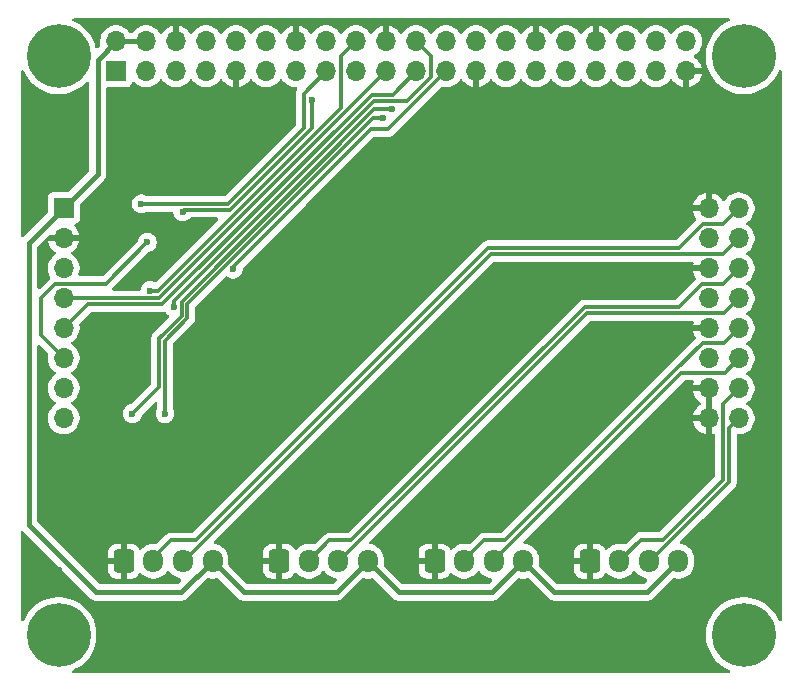
<source format=gbr>
%TF.GenerationSoftware,KiCad,Pcbnew,9.0.0*%
%TF.CreationDate,2025-04-05T00:09:13-04:00*%
%TF.ProjectId,KXR_pi_hat_v0.2,4b58525f-7069-45f6-9861-745f76302e32,rev?*%
%TF.SameCoordinates,Original*%
%TF.FileFunction,Copper,L1,Top*%
%TF.FilePolarity,Positive*%
%FSLAX46Y46*%
G04 Gerber Fmt 4.6, Leading zero omitted, Abs format (unit mm)*
G04 Created by KiCad (PCBNEW 9.0.0) date 2025-04-05 00:09:13*
%MOMM*%
%LPD*%
G01*
G04 APERTURE LIST*
G04 Aperture macros list*
%AMRoundRect*
0 Rectangle with rounded corners*
0 $1 Rounding radius*
0 $2 $3 $4 $5 $6 $7 $8 $9 X,Y pos of 4 corners*
0 Add a 4 corners polygon primitive as box body*
4,1,4,$2,$3,$4,$5,$6,$7,$8,$9,$2,$3,0*
0 Add four circle primitives for the rounded corners*
1,1,$1+$1,$2,$3*
1,1,$1+$1,$4,$5*
1,1,$1+$1,$6,$7*
1,1,$1+$1,$8,$9*
0 Add four rect primitives between the rounded corners*
20,1,$1+$1,$2,$3,$4,$5,0*
20,1,$1+$1,$4,$5,$6,$7,0*
20,1,$1+$1,$6,$7,$8,$9,0*
20,1,$1+$1,$8,$9,$2,$3,0*%
G04 Aperture macros list end*
%TA.AperFunction,ComponentPad*%
%ADD10C,5.400000*%
%TD*%
%TA.AperFunction,ComponentPad*%
%ADD11R,1.700000X1.700000*%
%TD*%
%TA.AperFunction,ComponentPad*%
%ADD12O,1.700000X1.700000*%
%TD*%
%TA.AperFunction,ComponentPad*%
%ADD13RoundRect,0.250000X-0.600000X-0.725000X0.600000X-0.725000X0.600000X0.725000X-0.600000X0.725000X0*%
%TD*%
%TA.AperFunction,ComponentPad*%
%ADD14O,1.700000X1.950000*%
%TD*%
%TA.AperFunction,ViaPad*%
%ADD15C,0.600000*%
%TD*%
%TA.AperFunction,Conductor*%
%ADD16C,0.300000*%
%TD*%
%TA.AperFunction,Conductor*%
%ADD17C,0.400000*%
%TD*%
G04 APERTURE END LIST*
D10*
%TO.P,REF\u002A\u002A,1*%
%TO.N,N/C*%
X121500000Y-73500000D03*
%TD*%
D11*
%TO.P,ADS1256 Breakout,1,5V*%
%TO.N,+5V*%
X63925000Y-86365000D03*
D12*
%TO.P,ADS1256 Breakout,2,GND*%
%TO.N,GND*%
X63925000Y-88905000D03*
%TO.P,ADS1256 Breakout,3,SCLK*%
%TO.N,/SCLK*%
X63925000Y-91445000D03*
%TO.P,ADS1256 Breakout,4,DIN*%
%TO.N,/MOSI*%
X63925000Y-93985000D03*
%TO.P,ADS1256 Breakout,5,DOUT*%
%TO.N,/MISO*%
X63925000Y-96525000D03*
%TO.P,ADS1256 Breakout,6,DRDY*%
%TO.N,Net-(JP1-C)*%
X63925000Y-99065000D03*
%TO.P,ADS1256 Breakout,7,CS*%
%TO.N,Net-(JP2-C)*%
X63925000Y-101605000D03*
%TO.P,ADS1256 Breakout,8,PDWN*%
%TO.N,Net-(JP3-C)*%
X63925000Y-104145000D03*
%TO.P,ADS1256 Breakout,9,GND*%
%TO.N,GND*%
X118535000Y-86380000D03*
%TO.P,ADS1256 Breakout,10,AIN0*%
%TO.N,/LC1_S-*%
X121075000Y-86380000D03*
%TO.P,ADS1256 Breakout,11,GND*%
%TO.N,GND*%
X118535000Y-88920000D03*
%TO.P,ADS1256 Breakout,12,AIN1*%
%TO.N,/LC1_S+*%
X121075000Y-88920000D03*
%TO.P,ADS1256 Breakout,13,GND*%
%TO.N,GND*%
X118535000Y-91460000D03*
%TO.P,ADS1256 Breakout,14,AIN2*%
%TO.N,/LC2_S-*%
X121075000Y-91460000D03*
%TO.P,ADS1256 Breakout,15,GND*%
%TO.N,GND*%
X118535000Y-94000000D03*
%TO.P,ADS1256 Breakout,16,AIN3*%
%TO.N,/LC2_S+*%
X121075000Y-94000000D03*
%TO.P,ADS1256 Breakout,17,GND*%
%TO.N,GND*%
X118535000Y-96540000D03*
%TO.P,ADS1256 Breakout,18,AIN4*%
%TO.N,/LC3_S-*%
X121075000Y-96540000D03*
%TO.P,ADS1256 Breakout,19,GND*%
%TO.N,GND*%
X118535000Y-99080000D03*
%TO.P,ADS1256 Breakout,20,AIN5*%
%TO.N,/LC3_S+*%
X121075000Y-99080000D03*
%TO.P,ADS1256 Breakout,21,GND*%
%TO.N,GND*%
X118535000Y-101620000D03*
%TO.P,ADS1256 Breakout,22,AIN6*%
%TO.N,/LC4_S-*%
X121075000Y-101620000D03*
%TO.P,ADS1256 Breakout,23,GND*%
%TO.N,GND*%
X118535000Y-104160000D03*
%TO.P,ADS1256 Breakout,24,AIN7*%
%TO.N,/LC4_S+*%
X121075000Y-104160000D03*
%TD*%
D13*
%TO.P,J1,1,Pin_1*%
%TO.N,GND*%
X69025000Y-116250000D03*
D14*
%TO.P,J1,2,Pin_2*%
%TO.N,/LC1_S-*%
X71525000Y-116250000D03*
%TO.P,J1,3,Pin_3*%
%TO.N,/LC1_S+*%
X74025000Y-116250000D03*
%TO.P,J1,4,Pin_4*%
%TO.N,+5V*%
X76525000Y-116250000D03*
%TD*%
D10*
%TO.P,REF\u002A\u002A,1*%
%TO.N,N/C*%
X63500000Y-73500000D03*
%TD*%
D13*
%TO.P,J4,1,Pin_1*%
%TO.N,GND*%
X108475000Y-116250000D03*
D14*
%TO.P,J4,2,Pin_2*%
%TO.N,/LC4_S-*%
X110975000Y-116250000D03*
%TO.P,J4,3,Pin_3*%
%TO.N,/LC4_S+*%
X113475000Y-116250000D03*
%TO.P,J4,4,Pin_4*%
%TO.N,+5V*%
X115975000Y-116250000D03*
%TD*%
D10*
%TO.P,REF\u002A\u002A,1*%
%TO.N,N/C*%
X63500000Y-122500000D03*
%TD*%
%TO.P,REF\u002A\u002A,1*%
%TO.N,N/C*%
X121500000Y-122500000D03*
%TD*%
D13*
%TO.P,J2,1,Pin_1*%
%TO.N,GND*%
X82175000Y-116250000D03*
D14*
%TO.P,J2,2,Pin_2*%
%TO.N,/LC2_S-*%
X84675000Y-116250000D03*
%TO.P,J2,3,Pin_3*%
%TO.N,/LC2_S+*%
X87175000Y-116250000D03*
%TO.P,J2,4,Pin_4*%
%TO.N,+5V*%
X89675000Y-116250000D03*
%TD*%
D13*
%TO.P,J3,1,Pin_1*%
%TO.N,GND*%
X95325000Y-116250000D03*
D14*
%TO.P,J3,2,Pin_2*%
%TO.N,/LC3_S-*%
X97825000Y-116250000D03*
%TO.P,J3,3,Pin_3*%
%TO.N,/LC3_S+*%
X100325000Y-116250000D03*
%TO.P,J3,4,Pin_4*%
%TO.N,+5V*%
X102825000Y-116250000D03*
%TD*%
D11*
%TO.P,U1,1,3V3*%
%TO.N,unconnected-(U1-3V3-Pad1)_1*%
X68365000Y-74770000D03*
D12*
%TO.P,U1,2,5V*%
%TO.N,+5V*%
X68365000Y-72230000D03*
%TO.P,U1,3,SDA/GPIO2*%
%TO.N,unconnected-(U1-SDA{slash}GPIO2-Pad3)*%
X70905000Y-74770000D03*
%TO.P,U1,4,5V*%
%TO.N,+5V*%
X70905000Y-72230000D03*
%TO.P,U1,5,SCL/GPIO3*%
%TO.N,unconnected-(U1-SCL{slash}GPIO3-Pad5)*%
X73445000Y-74770000D03*
%TO.P,U1,6,GND*%
%TO.N,GND*%
X73445000Y-72230000D03*
%TO.P,U1,7,GCLK0/GPIO4*%
%TO.N,unconnected-(U1-GCLK0{slash}GPIO4-Pad7)*%
X75985000Y-74770000D03*
%TO.P,U1,8,GPIO14/TXD*%
%TO.N,unconnected-(U1-GPIO14{slash}TXD-Pad8)*%
X75985000Y-72230000D03*
%TO.P,U1,9,GND*%
%TO.N,GND*%
X78525000Y-74770000D03*
%TO.P,U1,10,GPIO15/RXD*%
%TO.N,unconnected-(U1-GPIO15{slash}RXD-Pad10)*%
X78525000Y-72230000D03*
%TO.P,U1,11,GPIO17*%
%TO.N,unconnected-(U1-GPIO17-Pad11)*%
X81065000Y-74770000D03*
%TO.P,U1,12,GPIO18/PWM0*%
%TO.N,unconnected-(U1-GPIO18{slash}PWM0-Pad12)*%
X81065000Y-72230000D03*
%TO.P,U1,13,GPIO27*%
%TO.N,unconnected-(U1-GPIO27-Pad13)*%
X83605000Y-74770000D03*
%TO.P,U1,14,GND*%
%TO.N,GND*%
X83605000Y-72230000D03*
%TO.P,U1,15,GPIO22*%
%TO.N,/DRDY_1*%
X86145000Y-74770000D03*
%TO.P,U1,16,GPIO23*%
%TO.N,/DRDY_2*%
X86145000Y-72230000D03*
%TO.P,U1,17,3V3*%
%TO.N,unconnected-(U1-3V3-Pad1)*%
X88685000Y-74770000D03*
%TO.P,U1,18,GPIO24*%
%TO.N,/PDWN_1*%
X88685000Y-72230000D03*
%TO.P,U1,19,MOSI0/GPIO10*%
%TO.N,/MOSI*%
X91225000Y-74770000D03*
%TO.P,U1,20,GND*%
%TO.N,GND*%
X91225000Y-72230000D03*
%TO.P,U1,21,MISO0/GPIO9*%
%TO.N,/MISO*%
X93765000Y-74770000D03*
%TO.P,U1,22,GPIO25*%
%TO.N,/PDWN_2*%
X93765000Y-72230000D03*
%TO.P,U1,23,SCLK0/GPIO11*%
%TO.N,/SCLK*%
X96305000Y-74770000D03*
%TO.P,U1,24,~{CE0}/GPIO8*%
%TO.N,/CS_1*%
X96305000Y-72230000D03*
%TO.P,U1,25,GND*%
%TO.N,GND*%
X98845000Y-74770000D03*
%TO.P,U1,26,~{CE1}/GPIO7*%
%TO.N,/CS_2*%
X98845000Y-72230000D03*
%TO.P,U1,27,ID_SD/GPIO0*%
%TO.N,unconnected-(U1-ID_SD{slash}GPIO0-Pad27)*%
X101385000Y-74770000D03*
%TO.P,U1,28,ID_SC/GPIO1*%
%TO.N,unconnected-(U1-ID_SC{slash}GPIO1-Pad28)*%
X101385000Y-72230000D03*
%TO.P,U1,29,GCLK1/GPIO5*%
%TO.N,/R1*%
X103925000Y-74770000D03*
%TO.P,U1,30,GND*%
%TO.N,GND*%
X103925000Y-72230000D03*
%TO.P,U1,31,GCLK2/GPIO6*%
%TO.N,/R2*%
X106465000Y-74770000D03*
%TO.P,U1,32,PWM0/GPIO12*%
%TO.N,/LED*%
X106465000Y-72230000D03*
%TO.P,U1,33,PWM1/GPIO13*%
%TO.N,/R3*%
X109005000Y-74770000D03*
%TO.P,U1,34,GND*%
%TO.N,GND*%
X109005000Y-72230000D03*
%TO.P,U1,35,GPIO19/MISO1*%
%TO.N,/R5*%
X111545000Y-74770000D03*
%TO.P,U1,36,GPIO16*%
%TO.N,/R4*%
X111545000Y-72230000D03*
%TO.P,U1,37,GPIO26*%
%TO.N,/R8*%
X114085000Y-74770000D03*
%TO.P,U1,38,GPIO20/MOSI1*%
%TO.N,/R6*%
X114085000Y-72230000D03*
%TO.P,U1,39,GND*%
%TO.N,GND*%
X116625000Y-74770000D03*
%TO.P,U1,40,GPIO21/SCLK1*%
%TO.N,/R7*%
X116625000Y-72230000D03*
%TD*%
D15*
%TO.N,GND*%
X82000000Y-102000000D03*
X74250000Y-109250000D03*
X87500000Y-109250000D03*
X112750000Y-97000000D03*
X85250000Y-87750000D03*
X65000000Y-109250000D03*
X67000000Y-97500000D03*
X91500000Y-81250000D03*
X96500000Y-87750000D03*
X103000000Y-81250000D03*
X106900000Y-103700000D03*
X102750000Y-94750000D03*
X112750000Y-92500000D03*
X88700000Y-96000000D03*
X95000000Y-102000000D03*
X109750000Y-87750000D03*
X77000000Y-81250000D03*
X75500000Y-101000000D03*
X73000000Y-84250000D03*
X121500000Y-116500000D03*
X82250000Y-122250000D03*
X65000000Y-81250000D03*
X100250000Y-109250000D03*
X102750000Y-122250000D03*
X116500000Y-81250000D03*
X69250000Y-81250000D03*
X113500000Y-109250000D03*
X78250000Y-94750000D03*
X63500000Y-117000000D03*
%TO.N,/CS_1*%
X69750000Y-103750000D03*
X91750000Y-78000000D03*
%TO.N,Net-(JP1-C)*%
X71000000Y-89250000D03*
%TO.N,/SCLK*%
X78272541Y-91522541D03*
%TO.N,/DRDY_1*%
X70500000Y-86000000D03*
%TO.N,/DRDY_2*%
X74000000Y-86650000D03*
X84949000Y-77199000D03*
%TO.N,/PDWN_2*%
X73250000Y-94750000D03*
%TO.N,/CS_2*%
X91000000Y-78758949D03*
X72500000Y-103750000D03*
%TO.N,/PDWN_1*%
X71250000Y-93335000D03*
%TD*%
D16*
%TO.N,/LC1_S+*%
X119745000Y-90250000D02*
X100095710Y-90250000D01*
X100095710Y-90250000D02*
X74095710Y-116250000D01*
X74095710Y-116250000D02*
X74025000Y-116250000D01*
X121075000Y-88920000D02*
X119745000Y-90250000D01*
%TO.N,/LC1_S-*%
X71525000Y-116250000D02*
X71525000Y-115975000D01*
X71525000Y-115975000D02*
X73000000Y-114500000D01*
X99888190Y-89749000D02*
X116001000Y-89749000D01*
X119736000Y-87719000D02*
X121075000Y-86380000D01*
X75137190Y-114500000D02*
X99888190Y-89749000D01*
X118031000Y-87719000D02*
X119736000Y-87719000D01*
X116001000Y-89749000D02*
X118031000Y-87719000D01*
X73000000Y-114500000D02*
X75137190Y-114500000D01*
%TO.N,/MOSI*%
X63290000Y-93985000D02*
X63305000Y-94000000D01*
X72015000Y-93985000D02*
X91230000Y-74770000D01*
X63290000Y-93985000D02*
X72015000Y-93985000D01*
%TO.N,/LC2_S+*%
X121075000Y-94000000D02*
X119825000Y-95250000D01*
X108250000Y-95250000D02*
X87250000Y-116250000D01*
X87250000Y-116250000D02*
X87175000Y-116250000D01*
X119825000Y-95250000D02*
X108250000Y-95250000D01*
%TO.N,/LC2_S-*%
X108038190Y-94749000D02*
X88287190Y-114500000D01*
X118000000Y-92750000D02*
X116001000Y-94749000D01*
X119785000Y-92750000D02*
X118000000Y-92750000D01*
X116001000Y-94749000D02*
X108038190Y-94749000D01*
X88287190Y-114500000D02*
X86425000Y-114500000D01*
X121075000Y-91460000D02*
X119785000Y-92750000D01*
X86425000Y-114500000D02*
X84675000Y-116250000D01*
%TO.N,/LC3_S-*%
X119865000Y-97750000D02*
X118041479Y-97750000D01*
X97825000Y-116174999D02*
X97825000Y-116250000D01*
X101291480Y-114500000D02*
X99499999Y-114500000D01*
X115718000Y-100073479D02*
X101291480Y-114500000D01*
X99499999Y-114500000D02*
X97825000Y-116174999D01*
X118041479Y-97750000D02*
X115718000Y-100073479D01*
X121075000Y-96540000D02*
X119865000Y-97750000D01*
D17*
%TO.N,+5V*%
X105475000Y-118900000D02*
X113325000Y-118900000D01*
X87025000Y-118900000D02*
X89675000Y-116250000D01*
X89675000Y-116250000D02*
X92325000Y-118900000D01*
X66700000Y-118900000D02*
X73875000Y-118900000D01*
X102825000Y-116250000D02*
X105475000Y-118900000D01*
X113325000Y-118900000D02*
X115975000Y-116250000D01*
X73875000Y-118900000D02*
X76525000Y-116250000D01*
X68370000Y-72230000D02*
X66800000Y-73800000D01*
X66800000Y-83490000D02*
X61000000Y-89290000D01*
X79175000Y-118900000D02*
X87025000Y-118900000D01*
X66800000Y-73800000D02*
X66800000Y-83490000D01*
X76525000Y-116250000D02*
X79175000Y-118900000D01*
X92325000Y-118900000D02*
X100175000Y-118900000D01*
X68370000Y-72230000D02*
X70910000Y-72230000D01*
X61000000Y-89290000D02*
X61000000Y-113200000D01*
X61000000Y-113200000D02*
X66700000Y-118900000D01*
X100175000Y-118900000D02*
X102825000Y-116250000D01*
D16*
%TO.N,/MISO*%
X93770000Y-75230000D02*
X93770000Y-74770000D01*
X90000000Y-76750000D02*
X91790000Y-76750000D01*
X72250000Y-94500000D02*
X90000000Y-76750000D01*
X63975000Y-96525000D02*
X66000000Y-94500000D01*
X63290000Y-96525000D02*
X63975000Y-96525000D01*
X91790000Y-76750000D02*
X93770000Y-74770000D01*
X66000000Y-94500000D02*
X72250000Y-94500000D01*
%TO.N,/CS_1*%
X90167322Y-78000000D02*
X91750000Y-78000000D01*
X73901000Y-94266322D02*
X90167322Y-78000000D01*
X73901000Y-95480374D02*
X73901000Y-94266322D01*
X71999000Y-101501000D02*
X71999000Y-97382374D01*
X71999000Y-97382374D02*
X72292480Y-97088894D01*
X72292480Y-97088894D02*
X73901000Y-95480374D01*
X69750000Y-103750000D02*
X71999000Y-101501000D01*
%TO.N,Net-(JP1-C)*%
X62000000Y-97140000D02*
X63925000Y-99065000D01*
X67466000Y-92784000D02*
X63216000Y-92784000D01*
X62000000Y-94000000D02*
X62000000Y-97140000D01*
X63216000Y-92784000D02*
X62000000Y-94000000D01*
X71000000Y-89250000D02*
X67466000Y-92784000D01*
%TO.N,/SCLK*%
X78272541Y-91522541D02*
X78250000Y-91500000D01*
X89917181Y-79667181D02*
X91412819Y-79667181D01*
X91412819Y-79667181D02*
X96310000Y-74770000D01*
X96310000Y-75440000D02*
X96310000Y-74770000D01*
X78250000Y-91500000D02*
X78250000Y-91334362D01*
X78250000Y-91334362D02*
X89917181Y-79667181D01*
%TO.N,/DRDY_1*%
X77832960Y-86000000D02*
X84250000Y-79582960D01*
X84250000Y-79582960D02*
X84250000Y-76670000D01*
X70500000Y-86000000D02*
X77832960Y-86000000D01*
X84250000Y-76670000D02*
X86150000Y-74770000D01*
%TO.N,/LC3_S+*%
X100325000Y-116250000D02*
X100325000Y-116175000D01*
X116219000Y-100281000D02*
X119874000Y-100281000D01*
X100325000Y-116175000D02*
X116219000Y-100281000D01*
X119874000Y-100281000D02*
X121075000Y-99080000D01*
%TO.N,/LC4_S+*%
X113475000Y-116250000D02*
X113547125Y-116250000D01*
X113547125Y-116250000D02*
X117523562Y-112273562D01*
X120251000Y-104984000D02*
X121075000Y-104160000D01*
X117523562Y-112273562D02*
X120251000Y-109546125D01*
X120251000Y-109546125D02*
X120251000Y-104984000D01*
%TO.N,/LC4_S-*%
X110975000Y-116250000D02*
X112805698Y-114419302D01*
X112805698Y-114419302D02*
X114669302Y-114419302D01*
X119750000Y-109338604D02*
X119750000Y-102945000D01*
X114669302Y-114419302D02*
X119750000Y-109338604D01*
X119750000Y-102945000D02*
X121075000Y-101620000D01*
%TO.N,/DRDY_2*%
X78041480Y-86500000D02*
X84949000Y-79592480D01*
X84949000Y-79592480D02*
X84949000Y-77199000D01*
X74150000Y-86500000D02*
X78041480Y-86500000D01*
X74000000Y-86650000D02*
X74150000Y-86500000D01*
%TO.N,Net-(JP2-C)*%
X63290000Y-101605000D02*
X64295000Y-101605000D01*
%TO.N,Net-(JP3-C)*%
X64295000Y-104145000D02*
X63290000Y-104145000D01*
%TO.N,/PDWN_2*%
X73250000Y-94208520D02*
X90207520Y-77251000D01*
X73250000Y-94750000D02*
X73250000Y-94208520D01*
X95000000Y-73460000D02*
X93770000Y-72230000D01*
X92987471Y-77251000D02*
X95000000Y-75238471D01*
X90207520Y-77251000D02*
X92987471Y-77251000D01*
X95000000Y-75238471D02*
X95000000Y-73460000D01*
%TO.N,/CS_2*%
X74402000Y-94473842D02*
X74402000Y-95687894D01*
X91000000Y-78758949D02*
X90116893Y-78758949D01*
X90116893Y-78758949D02*
X74402000Y-94473842D01*
X72500000Y-97589894D02*
X72500000Y-103750000D01*
X74402000Y-95687894D02*
X72500000Y-97589894D01*
%TO.N,/PDWN_1*%
X71915000Y-93335000D02*
X87400000Y-77850000D01*
X87400000Y-73520000D02*
X88690000Y-72230000D01*
X87400000Y-77850000D02*
X87400000Y-73520000D01*
X71250000Y-93335000D02*
X71915000Y-93335000D01*
%TD*%
%TA.AperFunction,Conductor*%
%TO.N,GND*%
G36*
X120291437Y-70320185D02*
G01*
X120337192Y-70372989D01*
X120347136Y-70442147D01*
X120318111Y-70505703D01*
X120275998Y-70536064D01*
X120276427Y-70536954D01*
X119949420Y-70694432D01*
X119645045Y-70885684D01*
X119363997Y-71109811D01*
X119109811Y-71363997D01*
X118885684Y-71645045D01*
X118694432Y-71949420D01*
X118538465Y-72273288D01*
X118419741Y-72612580D01*
X118419737Y-72612592D01*
X118339748Y-72963048D01*
X118339746Y-72963064D01*
X118299500Y-73320259D01*
X118299500Y-73679740D01*
X118339746Y-74036935D01*
X118339748Y-74036951D01*
X118419737Y-74387407D01*
X118419741Y-74387419D01*
X118538465Y-74726711D01*
X118694432Y-75050579D01*
X118694434Y-75050582D01*
X118885685Y-75354956D01*
X119109812Y-75636003D01*
X119363997Y-75890188D01*
X119645044Y-76114315D01*
X119949418Y-76305566D01*
X120273292Y-76461536D01*
X120528119Y-76550703D01*
X120612580Y-76580258D01*
X120612592Y-76580262D01*
X120963052Y-76660252D01*
X121320260Y-76700499D01*
X121320261Y-76700500D01*
X121320264Y-76700500D01*
X121679739Y-76700500D01*
X121679739Y-76700499D01*
X122036948Y-76660252D01*
X122387408Y-76580262D01*
X122726708Y-76461536D01*
X123050582Y-76305566D01*
X123354956Y-76114315D01*
X123636003Y-75890188D01*
X123890188Y-75636003D01*
X124114315Y-75354956D01*
X124305566Y-75050582D01*
X124461536Y-74726708D01*
X124463046Y-74723573D01*
X124464190Y-74724123D01*
X124504760Y-74673759D01*
X124571050Y-74651682D01*
X124638753Y-74668948D01*
X124686373Y-74720076D01*
X124699500Y-74775602D01*
X124699500Y-121224397D01*
X124679815Y-121291436D01*
X124627011Y-121337191D01*
X124557853Y-121347135D01*
X124494297Y-121318110D01*
X124463931Y-121276000D01*
X124463046Y-121276427D01*
X124305567Y-120949420D01*
X124305566Y-120949418D01*
X124114315Y-120645044D01*
X123890188Y-120363997D01*
X123636003Y-120109812D01*
X123354956Y-119885685D01*
X123050582Y-119694434D01*
X123050579Y-119694432D01*
X122726711Y-119538465D01*
X122387419Y-119419741D01*
X122387407Y-119419737D01*
X122036951Y-119339748D01*
X122036935Y-119339746D01*
X121679740Y-119299500D01*
X121679736Y-119299500D01*
X121320264Y-119299500D01*
X121320259Y-119299500D01*
X120963064Y-119339746D01*
X120963048Y-119339748D01*
X120612592Y-119419737D01*
X120612580Y-119419741D01*
X120273288Y-119538465D01*
X119949420Y-119694432D01*
X119645045Y-119885684D01*
X119363997Y-120109811D01*
X119109811Y-120363997D01*
X118885684Y-120645045D01*
X118694432Y-120949420D01*
X118538465Y-121273288D01*
X118419741Y-121612580D01*
X118419737Y-121612592D01*
X118339748Y-121963048D01*
X118339746Y-121963064D01*
X118299500Y-122320259D01*
X118299500Y-122679740D01*
X118339746Y-123036935D01*
X118339748Y-123036951D01*
X118419737Y-123387407D01*
X118419741Y-123387419D01*
X118538465Y-123726711D01*
X118694432Y-124050579D01*
X118694434Y-124050582D01*
X118885685Y-124354956D01*
X119109812Y-124636003D01*
X119363997Y-124890188D01*
X119645044Y-125114315D01*
X119949418Y-125305566D01*
X119949420Y-125305567D01*
X120276427Y-125463046D01*
X120275876Y-125464190D01*
X120326241Y-125504760D01*
X120348318Y-125571050D01*
X120331052Y-125638753D01*
X120279924Y-125686373D01*
X120224398Y-125699500D01*
X64775602Y-125699500D01*
X64708563Y-125679815D01*
X64662808Y-125627011D01*
X64652864Y-125557853D01*
X64681889Y-125494297D01*
X64724001Y-125463935D01*
X64723573Y-125463046D01*
X64985292Y-125337008D01*
X65050582Y-125305566D01*
X65354956Y-125114315D01*
X65636003Y-124890188D01*
X65890188Y-124636003D01*
X66114315Y-124354956D01*
X66305566Y-124050582D01*
X66461536Y-123726708D01*
X66580262Y-123387408D01*
X66660252Y-123036948D01*
X66700500Y-122679736D01*
X66700500Y-122320264D01*
X66660252Y-121963052D01*
X66580262Y-121612592D01*
X66461536Y-121273292D01*
X66305566Y-120949418D01*
X66114315Y-120645044D01*
X65890188Y-120363997D01*
X65636003Y-120109812D01*
X65354956Y-119885685D01*
X65050582Y-119694434D01*
X65050579Y-119694432D01*
X64726711Y-119538465D01*
X64387419Y-119419741D01*
X64387407Y-119419737D01*
X64036951Y-119339748D01*
X64036935Y-119339746D01*
X63679740Y-119299500D01*
X63679736Y-119299500D01*
X63320264Y-119299500D01*
X63320259Y-119299500D01*
X62963064Y-119339746D01*
X62963048Y-119339748D01*
X62612592Y-119419737D01*
X62612580Y-119419741D01*
X62273288Y-119538465D01*
X61949420Y-119694432D01*
X61645045Y-119885684D01*
X61363997Y-120109811D01*
X61109811Y-120363997D01*
X60885684Y-120645045D01*
X60694432Y-120949420D01*
X60536954Y-121276427D01*
X60535814Y-121275878D01*
X60495219Y-121326254D01*
X60428925Y-121348318D01*
X60361226Y-121331038D01*
X60313616Y-121279901D01*
X60300500Y-121224397D01*
X60300500Y-113790519D01*
X60320185Y-113723480D01*
X60372989Y-113677725D01*
X60442147Y-113667781D01*
X60505703Y-113696806D01*
X60512181Y-113702838D01*
X66253457Y-119444114D01*
X66299412Y-119474819D01*
X66368189Y-119520775D01*
X66458332Y-119558113D01*
X66495671Y-119573580D01*
X66522591Y-119578934D01*
X66612937Y-119596905D01*
X66631006Y-119600500D01*
X66631007Y-119600500D01*
X73943996Y-119600500D01*
X74052432Y-119578930D01*
X74079328Y-119573580D01*
X74143069Y-119547177D01*
X74206807Y-119520777D01*
X74206808Y-119520776D01*
X74206811Y-119520775D01*
X74321543Y-119444114D01*
X76052873Y-117712782D01*
X76114194Y-117679299D01*
X76178870Y-117682534D01*
X76208757Y-117692246D01*
X76418713Y-117725500D01*
X76418714Y-117725500D01*
X76631286Y-117725500D01*
X76631287Y-117725500D01*
X76841243Y-117692246D01*
X76871129Y-117682534D01*
X76940969Y-117680539D01*
X76997128Y-117712785D01*
X78728453Y-119444111D01*
X78728454Y-119444112D01*
X78843192Y-119520777D01*
X78970662Y-119573576D01*
X78970672Y-119573580D01*
X78970676Y-119573580D01*
X78970677Y-119573581D01*
X79106003Y-119600500D01*
X79106006Y-119600500D01*
X87093996Y-119600500D01*
X87202432Y-119578930D01*
X87229328Y-119573580D01*
X87293069Y-119547177D01*
X87356807Y-119520777D01*
X87356808Y-119520776D01*
X87356811Y-119520775D01*
X87471543Y-119444114D01*
X89202873Y-117712782D01*
X89264194Y-117679299D01*
X89328870Y-117682534D01*
X89358757Y-117692246D01*
X89568713Y-117725500D01*
X89568714Y-117725500D01*
X89781286Y-117725500D01*
X89781287Y-117725500D01*
X89991243Y-117692246D01*
X90021129Y-117682534D01*
X90090969Y-117680539D01*
X90147128Y-117712785D01*
X91878453Y-119444111D01*
X91878454Y-119444112D01*
X91993192Y-119520777D01*
X92120662Y-119573576D01*
X92120672Y-119573580D01*
X92120676Y-119573580D01*
X92120677Y-119573581D01*
X92256003Y-119600500D01*
X92256006Y-119600500D01*
X100243996Y-119600500D01*
X100352432Y-119578930D01*
X100379328Y-119573580D01*
X100443069Y-119547177D01*
X100506807Y-119520777D01*
X100506808Y-119520776D01*
X100506811Y-119520775D01*
X100621543Y-119444114D01*
X102352873Y-117712782D01*
X102414194Y-117679299D01*
X102478870Y-117682534D01*
X102508757Y-117692246D01*
X102718713Y-117725500D01*
X102718714Y-117725500D01*
X102931286Y-117725500D01*
X102931287Y-117725500D01*
X103141243Y-117692246D01*
X103171129Y-117682534D01*
X103240969Y-117680539D01*
X103297128Y-117712785D01*
X105028453Y-119444111D01*
X105028454Y-119444112D01*
X105143192Y-119520777D01*
X105270662Y-119573576D01*
X105270672Y-119573580D01*
X105270676Y-119573580D01*
X105270677Y-119573581D01*
X105406003Y-119600500D01*
X105406006Y-119600500D01*
X113393996Y-119600500D01*
X113502432Y-119578930D01*
X113529328Y-119573580D01*
X113593069Y-119547177D01*
X113656807Y-119520777D01*
X113656808Y-119520776D01*
X113656811Y-119520775D01*
X113771543Y-119444114D01*
X115502873Y-117712782D01*
X115564194Y-117679299D01*
X115628870Y-117682534D01*
X115658757Y-117692246D01*
X115868713Y-117725500D01*
X115868714Y-117725500D01*
X116081286Y-117725500D01*
X116081287Y-117725500D01*
X116291243Y-117692246D01*
X116493412Y-117626557D01*
X116682816Y-117530051D01*
X116704789Y-117514086D01*
X116854786Y-117405109D01*
X116854788Y-117405106D01*
X116854792Y-117405104D01*
X117005104Y-117254792D01*
X117005106Y-117254788D01*
X117005109Y-117254786D01*
X117130048Y-117082820D01*
X117130047Y-117082820D01*
X117130051Y-117082816D01*
X117226557Y-116893412D01*
X117292246Y-116691243D01*
X117325500Y-116481287D01*
X117325500Y-116018713D01*
X117292246Y-115808757D01*
X117226557Y-115606588D01*
X117130051Y-115417184D01*
X117130049Y-115417181D01*
X117130048Y-115417179D01*
X117005109Y-115245213D01*
X116854786Y-115094890D01*
X116682820Y-114969951D01*
X116493414Y-114873444D01*
X116493413Y-114873443D01*
X116493412Y-114873443D01*
X116291243Y-114807754D01*
X116291241Y-114807753D01*
X116201902Y-114793603D01*
X116138768Y-114763673D01*
X116101837Y-114704361D01*
X116102835Y-114634499D01*
X116133617Y-114583453D01*
X118028839Y-112688231D01*
X118028838Y-112688231D01*
X120756276Y-109960795D01*
X120827465Y-109854252D01*
X120876501Y-109735869D01*
X120901500Y-109610194D01*
X120901500Y-105634500D01*
X120921185Y-105567461D01*
X120973989Y-105521706D01*
X121025500Y-105510500D01*
X121181286Y-105510500D01*
X121181287Y-105510500D01*
X121391243Y-105477246D01*
X121593412Y-105411557D01*
X121782816Y-105315051D01*
X121804789Y-105299086D01*
X121954786Y-105190109D01*
X121954788Y-105190106D01*
X121954792Y-105190104D01*
X122105104Y-105039792D01*
X122105106Y-105039788D01*
X122105109Y-105039786D01*
X122230048Y-104867820D01*
X122230047Y-104867820D01*
X122230051Y-104867816D01*
X122326557Y-104678412D01*
X122392246Y-104476243D01*
X122425500Y-104266287D01*
X122425500Y-104053713D01*
X122392246Y-103843757D01*
X122326557Y-103641588D01*
X122230051Y-103452184D01*
X122230049Y-103452181D01*
X122230048Y-103452179D01*
X122105109Y-103280213D01*
X121954786Y-103129890D01*
X121782820Y-103004951D01*
X121782115Y-103004591D01*
X121774054Y-103000485D01*
X121723259Y-102952512D01*
X121706463Y-102884692D01*
X121728999Y-102818556D01*
X121774054Y-102779515D01*
X121782816Y-102775051D01*
X121819167Y-102748641D01*
X121954786Y-102650109D01*
X121954788Y-102650106D01*
X121954792Y-102650104D01*
X122105104Y-102499792D01*
X122105106Y-102499788D01*
X122105109Y-102499786D01*
X122230048Y-102327820D01*
X122230047Y-102327820D01*
X122230051Y-102327816D01*
X122326557Y-102138412D01*
X122392246Y-101936243D01*
X122425500Y-101726287D01*
X122425500Y-101513713D01*
X122392246Y-101303757D01*
X122326557Y-101101588D01*
X122230051Y-100912184D01*
X122230049Y-100912181D01*
X122230048Y-100912179D01*
X122105109Y-100740213D01*
X121954786Y-100589890D01*
X121782820Y-100464951D01*
X121782115Y-100464591D01*
X121774054Y-100460485D01*
X121723259Y-100412512D01*
X121706463Y-100344692D01*
X121728999Y-100278556D01*
X121774054Y-100239515D01*
X121782816Y-100235051D01*
X121804789Y-100219086D01*
X121954786Y-100110109D01*
X121954788Y-100110106D01*
X121954792Y-100110104D01*
X122105104Y-99959792D01*
X122105106Y-99959788D01*
X122105109Y-99959786D01*
X122230048Y-99787820D01*
X122230047Y-99787820D01*
X122230051Y-99787816D01*
X122326557Y-99598412D01*
X122392246Y-99396243D01*
X122425500Y-99186287D01*
X122425500Y-98973713D01*
X122392246Y-98763757D01*
X122326557Y-98561588D01*
X122230051Y-98372184D01*
X122230049Y-98372181D01*
X122230048Y-98372179D01*
X122105109Y-98200213D01*
X121954786Y-98049890D01*
X121782820Y-97924951D01*
X121782115Y-97924591D01*
X121774054Y-97920485D01*
X121723259Y-97872512D01*
X121706463Y-97804692D01*
X121728999Y-97738556D01*
X121774054Y-97699515D01*
X121782816Y-97695051D01*
X121804789Y-97679086D01*
X121954786Y-97570109D01*
X121954788Y-97570106D01*
X121954792Y-97570104D01*
X122105104Y-97419792D01*
X122105106Y-97419788D01*
X122105109Y-97419786D01*
X122230048Y-97247820D01*
X122230047Y-97247820D01*
X122230051Y-97247816D01*
X122326557Y-97058412D01*
X122392246Y-96856243D01*
X122425500Y-96646287D01*
X122425500Y-96433713D01*
X122392246Y-96223757D01*
X122326557Y-96021588D01*
X122230051Y-95832184D01*
X122230049Y-95832181D01*
X122230048Y-95832179D01*
X122105109Y-95660213D01*
X121954786Y-95509890D01*
X121782820Y-95384951D01*
X121782115Y-95384591D01*
X121774054Y-95380485D01*
X121723259Y-95332512D01*
X121706463Y-95264692D01*
X121728999Y-95198556D01*
X121774054Y-95159515D01*
X121782816Y-95155051D01*
X121871830Y-95090379D01*
X121954786Y-95030109D01*
X121954788Y-95030106D01*
X121954792Y-95030104D01*
X122105104Y-94879792D01*
X122105106Y-94879788D01*
X122105109Y-94879786D01*
X122230048Y-94707820D01*
X122230047Y-94707820D01*
X122230051Y-94707816D01*
X122326557Y-94518412D01*
X122392246Y-94316243D01*
X122425500Y-94106287D01*
X122425500Y-93893713D01*
X122392246Y-93683757D01*
X122326557Y-93481588D01*
X122230051Y-93292184D01*
X122230049Y-93292181D01*
X122230048Y-93292179D01*
X122105109Y-93120213D01*
X121954786Y-92969890D01*
X121782820Y-92844951D01*
X121782115Y-92844591D01*
X121774054Y-92840485D01*
X121723259Y-92792512D01*
X121706463Y-92724692D01*
X121728999Y-92658556D01*
X121774054Y-92619515D01*
X121782816Y-92615051D01*
X121818584Y-92589064D01*
X121954786Y-92490109D01*
X121954788Y-92490106D01*
X121954792Y-92490104D01*
X122105104Y-92339792D01*
X122105106Y-92339788D01*
X122105109Y-92339786D01*
X122225896Y-92173535D01*
X122230051Y-92167816D01*
X122326557Y-91978412D01*
X122392246Y-91776243D01*
X122425500Y-91566287D01*
X122425500Y-91353713D01*
X122392246Y-91143757D01*
X122326557Y-90941588D01*
X122230051Y-90752184D01*
X122230049Y-90752181D01*
X122230048Y-90752179D01*
X122105109Y-90580213D01*
X121954786Y-90429890D01*
X121782820Y-90304951D01*
X121782115Y-90304591D01*
X121774054Y-90300485D01*
X121723259Y-90252512D01*
X121706463Y-90184692D01*
X121728999Y-90118556D01*
X121774054Y-90079515D01*
X121782816Y-90075051D01*
X121858951Y-90019736D01*
X121954786Y-89950109D01*
X121954788Y-89950106D01*
X121954792Y-89950104D01*
X122105104Y-89799792D01*
X122105106Y-89799788D01*
X122105109Y-89799786D01*
X122230048Y-89627820D01*
X122230047Y-89627820D01*
X122230051Y-89627816D01*
X122326557Y-89438412D01*
X122392246Y-89236243D01*
X122425500Y-89026287D01*
X122425500Y-88813713D01*
X122392246Y-88603757D01*
X122326557Y-88401588D01*
X122230051Y-88212184D01*
X122230049Y-88212181D01*
X122230048Y-88212179D01*
X122105109Y-88040213D01*
X121954786Y-87889890D01*
X121782820Y-87764951D01*
X121782115Y-87764591D01*
X121774054Y-87760485D01*
X121723259Y-87712512D01*
X121706463Y-87644692D01*
X121728999Y-87578556D01*
X121774054Y-87539515D01*
X121782816Y-87535051D01*
X121889784Y-87457335D01*
X121954786Y-87410109D01*
X121954788Y-87410106D01*
X121954792Y-87410104D01*
X122105104Y-87259792D01*
X122105106Y-87259788D01*
X122105109Y-87259786D01*
X122230048Y-87087820D01*
X122230047Y-87087820D01*
X122230051Y-87087816D01*
X122326557Y-86898412D01*
X122392246Y-86696243D01*
X122425500Y-86486287D01*
X122425500Y-86273713D01*
X122392246Y-86063757D01*
X122326557Y-85861588D01*
X122230051Y-85672184D01*
X122230049Y-85672181D01*
X122230048Y-85672179D01*
X122105109Y-85500213D01*
X121954786Y-85349890D01*
X121782820Y-85224951D01*
X121593414Y-85128444D01*
X121593413Y-85128443D01*
X121593412Y-85128443D01*
X121391243Y-85062754D01*
X121391241Y-85062753D01*
X121391240Y-85062753D01*
X121229957Y-85037208D01*
X121181287Y-85029500D01*
X120968713Y-85029500D01*
X120920042Y-85037208D01*
X120758760Y-85062753D01*
X120556585Y-85128444D01*
X120367179Y-85224951D01*
X120195213Y-85349890D01*
X120044890Y-85500213D01*
X119919949Y-85672182D01*
X119915202Y-85681499D01*
X119867227Y-85732293D01*
X119799405Y-85749087D01*
X119733271Y-85726548D01*
X119694234Y-85681495D01*
X119689622Y-85672444D01*
X119564727Y-85500540D01*
X119564723Y-85500535D01*
X119414464Y-85350276D01*
X119414459Y-85350272D01*
X119242557Y-85225379D01*
X119053215Y-85128903D01*
X118851124Y-85063241D01*
X118785000Y-85052768D01*
X118785000Y-85946988D01*
X118727993Y-85914075D01*
X118600826Y-85880000D01*
X118469174Y-85880000D01*
X118342007Y-85914075D01*
X118285000Y-85946988D01*
X118285000Y-85052768D01*
X118284999Y-85052768D01*
X118218875Y-85063241D01*
X118016784Y-85128903D01*
X117827442Y-85225379D01*
X117655540Y-85350272D01*
X117655535Y-85350276D01*
X117505276Y-85500535D01*
X117505272Y-85500540D01*
X117380379Y-85672442D01*
X117283904Y-85861782D01*
X117218242Y-86063870D01*
X117218242Y-86063873D01*
X117207769Y-86130000D01*
X118101988Y-86130000D01*
X118069075Y-86187007D01*
X118035000Y-86314174D01*
X118035000Y-86445826D01*
X118069075Y-86572993D01*
X118101988Y-86630000D01*
X117207769Y-86630000D01*
X117218242Y-86696126D01*
X117218242Y-86696129D01*
X117283904Y-86898217D01*
X117380376Y-87087553D01*
X117470511Y-87211614D01*
X117493990Y-87277421D01*
X117478164Y-87345475D01*
X117457873Y-87372180D01*
X115767873Y-89062181D01*
X115706550Y-89095666D01*
X115680192Y-89098500D01*
X99824119Y-89098500D01*
X99698451Y-89123497D01*
X99698445Y-89123499D01*
X99580064Y-89172534D01*
X99473516Y-89243726D01*
X99473515Y-89243727D01*
X74904063Y-113813181D01*
X74842740Y-113846666D01*
X74816382Y-113849500D01*
X72935929Y-113849500D01*
X72814876Y-113873580D01*
X72813934Y-113873767D01*
X72810257Y-113874498D01*
X72810255Y-113874499D01*
X72691874Y-113923534D01*
X72585326Y-113994726D01*
X71826401Y-114753651D01*
X71765078Y-114787136D01*
X71719322Y-114788443D01*
X71631292Y-114774500D01*
X71631287Y-114774500D01*
X71418713Y-114774500D01*
X71370042Y-114782208D01*
X71208760Y-114807753D01*
X71006585Y-114873444D01*
X70817179Y-114969951D01*
X70645215Y-115094889D01*
X70506035Y-115234069D01*
X70444712Y-115267553D01*
X70375020Y-115262569D01*
X70319087Y-115220697D01*
X70312815Y-115211484D01*
X70217315Y-115056654D01*
X70093345Y-114932684D01*
X69944124Y-114840643D01*
X69944119Y-114840641D01*
X69777697Y-114785494D01*
X69777690Y-114785493D01*
X69674986Y-114775000D01*
X69275000Y-114775000D01*
X69275000Y-115845854D01*
X69208343Y-115807370D01*
X69087535Y-115775000D01*
X68962465Y-115775000D01*
X68841657Y-115807370D01*
X68775000Y-115845854D01*
X68775000Y-114775000D01*
X68375028Y-114775000D01*
X68375012Y-114775001D01*
X68272302Y-114785494D01*
X68105880Y-114840641D01*
X68105875Y-114840643D01*
X67956654Y-114932684D01*
X67832684Y-115056654D01*
X67740643Y-115205875D01*
X67740641Y-115205880D01*
X67685494Y-115372302D01*
X67685493Y-115372309D01*
X67675000Y-115475013D01*
X67675000Y-116000000D01*
X68620854Y-116000000D01*
X68582370Y-116066657D01*
X68550000Y-116187465D01*
X68550000Y-116312535D01*
X68582370Y-116433343D01*
X68620854Y-116500000D01*
X67675001Y-116500000D01*
X67675001Y-117024986D01*
X67685494Y-117127697D01*
X67740641Y-117294119D01*
X67740643Y-117294124D01*
X67832684Y-117443345D01*
X67956654Y-117567315D01*
X68105875Y-117659356D01*
X68105880Y-117659358D01*
X68272302Y-117714505D01*
X68272309Y-117714506D01*
X68375019Y-117724999D01*
X68774999Y-117724999D01*
X68775000Y-117724998D01*
X68775000Y-116654145D01*
X68841657Y-116692630D01*
X68962465Y-116725000D01*
X69087535Y-116725000D01*
X69208343Y-116692630D01*
X69275000Y-116654145D01*
X69275000Y-117724999D01*
X69674972Y-117724999D01*
X69674986Y-117724998D01*
X69777697Y-117714505D01*
X69944119Y-117659358D01*
X69944124Y-117659356D01*
X70093345Y-117567315D01*
X70217317Y-117443343D01*
X70312815Y-117288516D01*
X70364763Y-117241791D01*
X70433725Y-117230568D01*
X70497808Y-117258412D01*
X70506035Y-117265931D01*
X70645213Y-117405109D01*
X70817179Y-117530048D01*
X70817181Y-117530049D01*
X70817184Y-117530051D01*
X71006588Y-117626557D01*
X71208757Y-117692246D01*
X71418713Y-117725500D01*
X71418714Y-117725500D01*
X71631286Y-117725500D01*
X71631287Y-117725500D01*
X71841243Y-117692246D01*
X72043412Y-117626557D01*
X72232816Y-117530051D01*
X72254789Y-117514086D01*
X72404786Y-117405109D01*
X72404788Y-117405106D01*
X72404792Y-117405104D01*
X72555104Y-117254792D01*
X72674683Y-117090204D01*
X72730011Y-117047540D01*
X72799624Y-117041561D01*
X72861420Y-117074166D01*
X72875313Y-117090199D01*
X72902557Y-117127697D01*
X72994896Y-117254792D01*
X73145213Y-117405109D01*
X73317179Y-117530048D01*
X73317181Y-117530049D01*
X73317184Y-117530051D01*
X73506588Y-117626557D01*
X73708757Y-117692246D01*
X73799316Y-117706589D01*
X73862450Y-117736518D01*
X73899382Y-117795829D01*
X73898384Y-117865692D01*
X73867599Y-117916743D01*
X73621162Y-118163181D01*
X73559839Y-118196666D01*
X73533481Y-118199500D01*
X67041519Y-118199500D01*
X66974480Y-118179815D01*
X66953838Y-118163181D01*
X61736819Y-112946162D01*
X61703334Y-112884839D01*
X61700500Y-112858481D01*
X61700500Y-98059808D01*
X61720185Y-97992769D01*
X61772989Y-97947014D01*
X61842147Y-97937070D01*
X61905703Y-97966095D01*
X61912181Y-97972127D01*
X62574342Y-98634288D01*
X62607827Y-98695611D01*
X62607319Y-98743755D01*
X62608516Y-98743945D01*
X62605378Y-98763757D01*
X62574500Y-98958713D01*
X62574500Y-99171287D01*
X62607754Y-99381243D01*
X62672334Y-99580000D01*
X62673444Y-99583414D01*
X62769951Y-99772820D01*
X62894890Y-99944786D01*
X63045213Y-100095109D01*
X63217182Y-100220050D01*
X63225946Y-100224516D01*
X63276742Y-100272491D01*
X63293536Y-100340312D01*
X63270998Y-100406447D01*
X63225946Y-100445484D01*
X63217182Y-100449949D01*
X63045213Y-100574890D01*
X62894890Y-100725213D01*
X62769951Y-100897179D01*
X62673444Y-101086585D01*
X62673443Y-101086587D01*
X62673443Y-101086588D01*
X62668570Y-101101585D01*
X62607753Y-101288760D01*
X62603915Y-101312993D01*
X62574500Y-101498713D01*
X62574500Y-101711287D01*
X62607754Y-101921243D01*
X62672334Y-102120000D01*
X62673444Y-102123414D01*
X62769951Y-102312820D01*
X62894890Y-102484786D01*
X63045213Y-102635109D01*
X63217182Y-102760050D01*
X63225946Y-102764516D01*
X63276742Y-102812491D01*
X63293536Y-102880312D01*
X63270998Y-102946447D01*
X63225946Y-102985484D01*
X63217182Y-102989949D01*
X63045213Y-103114890D01*
X62894890Y-103265213D01*
X62769951Y-103437179D01*
X62673444Y-103626585D01*
X62607753Y-103828760D01*
X62574500Y-104038713D01*
X62574500Y-104251286D01*
X62607461Y-104459397D01*
X62607754Y-104461243D01*
X62672334Y-104660000D01*
X62673444Y-104663414D01*
X62769951Y-104852820D01*
X62894890Y-105024786D01*
X63045213Y-105175109D01*
X63217179Y-105300048D01*
X63217181Y-105300049D01*
X63217184Y-105300051D01*
X63406588Y-105396557D01*
X63608757Y-105462246D01*
X63818713Y-105495500D01*
X63818714Y-105495500D01*
X64031286Y-105495500D01*
X64031287Y-105495500D01*
X64241243Y-105462246D01*
X64443412Y-105396557D01*
X64632816Y-105300051D01*
X64654789Y-105284086D01*
X64804786Y-105175109D01*
X64804788Y-105175106D01*
X64804792Y-105175104D01*
X64955104Y-105024792D01*
X64955106Y-105024788D01*
X64955109Y-105024786D01*
X65080048Y-104852820D01*
X65080047Y-104852820D01*
X65080051Y-104852816D01*
X65176557Y-104663412D01*
X65242246Y-104461243D01*
X65275500Y-104251287D01*
X65275500Y-104038713D01*
X65242246Y-103828757D01*
X65176557Y-103626588D01*
X65080051Y-103437184D01*
X65080049Y-103437181D01*
X65080048Y-103437179D01*
X64955109Y-103265213D01*
X64804786Y-103114890D01*
X64632820Y-102989951D01*
X64632115Y-102989591D01*
X64624054Y-102985485D01*
X64573259Y-102937512D01*
X64556463Y-102869692D01*
X64578999Y-102803556D01*
X64624054Y-102764515D01*
X64632816Y-102760051D01*
X64654789Y-102744086D01*
X64804786Y-102635109D01*
X64804788Y-102635106D01*
X64804792Y-102635104D01*
X64955104Y-102484792D01*
X64955106Y-102484788D01*
X64955109Y-102484786D01*
X65080048Y-102312820D01*
X65080047Y-102312820D01*
X65080051Y-102312816D01*
X65176557Y-102123412D01*
X65242246Y-101921243D01*
X65275500Y-101711287D01*
X65275500Y-101498713D01*
X65242246Y-101288757D01*
X65176557Y-101086588D01*
X65080051Y-100897184D01*
X65080049Y-100897181D01*
X65080048Y-100897179D01*
X64955109Y-100725213D01*
X64804786Y-100574890D01*
X64632820Y-100449951D01*
X64632115Y-100449591D01*
X64624054Y-100445485D01*
X64573259Y-100397512D01*
X64556463Y-100329692D01*
X64578999Y-100263556D01*
X64624054Y-100224515D01*
X64632816Y-100220051D01*
X64654789Y-100204086D01*
X64804786Y-100095109D01*
X64804788Y-100095106D01*
X64804792Y-100095104D01*
X64955104Y-99944792D01*
X64955106Y-99944788D01*
X64955109Y-99944786D01*
X65080048Y-99772820D01*
X65080047Y-99772820D01*
X65080051Y-99772816D01*
X65176557Y-99583412D01*
X65242246Y-99381243D01*
X65275500Y-99171287D01*
X65275500Y-98958713D01*
X65242246Y-98748757D01*
X65176557Y-98546588D01*
X65080051Y-98357184D01*
X65080049Y-98357181D01*
X65080048Y-98357179D01*
X64955109Y-98185213D01*
X64804786Y-98034890D01*
X64632820Y-97909951D01*
X64632115Y-97909591D01*
X64624054Y-97905485D01*
X64573259Y-97857512D01*
X64556463Y-97789692D01*
X64578999Y-97723556D01*
X64624054Y-97684515D01*
X64632816Y-97680051D01*
X64654789Y-97664086D01*
X64804786Y-97555109D01*
X64804788Y-97555106D01*
X64804792Y-97555104D01*
X64955104Y-97404792D01*
X64955106Y-97404788D01*
X64955109Y-97404786D01*
X65080048Y-97232820D01*
X65080047Y-97232820D01*
X65080051Y-97232816D01*
X65176557Y-97043412D01*
X65242246Y-96841243D01*
X65275500Y-96631287D01*
X65275500Y-96418713D01*
X65247883Y-96244347D01*
X65256838Y-96175055D01*
X65282672Y-96137272D01*
X66233127Y-95186819D01*
X66294450Y-95153334D01*
X66320808Y-95150500D01*
X72314071Y-95150500D01*
X72445341Y-95124388D01*
X72514933Y-95130615D01*
X72570110Y-95173478D01*
X72572635Y-95177114D01*
X72628210Y-95260289D01*
X72739707Y-95371786D01*
X72739711Y-95371789D01*
X72823846Y-95428007D01*
X72868651Y-95481619D01*
X72877358Y-95550944D01*
X72847203Y-95613972D01*
X72842636Y-95618790D01*
X71877810Y-96583618D01*
X71493727Y-96967699D01*
X71493726Y-96967700D01*
X71422534Y-97074248D01*
X71373499Y-97192629D01*
X71373497Y-97192635D01*
X71348500Y-97318302D01*
X71348500Y-101180191D01*
X71328815Y-101247230D01*
X71312181Y-101267872D01*
X69647068Y-102932984D01*
X69585745Y-102966469D01*
X69583579Y-102966920D01*
X69516508Y-102980261D01*
X69516498Y-102980264D01*
X69370827Y-103040602D01*
X69370814Y-103040609D01*
X69239711Y-103128210D01*
X69239707Y-103128213D01*
X69128213Y-103239707D01*
X69128210Y-103239711D01*
X69040609Y-103370814D01*
X69040602Y-103370827D01*
X68980264Y-103516498D01*
X68980261Y-103516510D01*
X68949500Y-103671153D01*
X68949500Y-103828846D01*
X68980261Y-103983489D01*
X68980264Y-103983501D01*
X69040602Y-104129172D01*
X69040609Y-104129185D01*
X69128210Y-104260288D01*
X69128213Y-104260292D01*
X69239707Y-104371786D01*
X69239711Y-104371789D01*
X69370814Y-104459390D01*
X69370827Y-104459397D01*
X69516498Y-104519735D01*
X69516503Y-104519737D01*
X69671153Y-104550499D01*
X69671156Y-104550500D01*
X69671158Y-104550500D01*
X69828844Y-104550500D01*
X69828845Y-104550499D01*
X69983497Y-104519737D01*
X70096166Y-104473067D01*
X70129172Y-104459397D01*
X70129172Y-104459396D01*
X70129179Y-104459394D01*
X70260289Y-104371789D01*
X70371789Y-104260289D01*
X70459394Y-104129179D01*
X70519737Y-103983497D01*
X70533079Y-103916416D01*
X70565463Y-103854509D01*
X70566958Y-103852986D01*
X71637820Y-102782124D01*
X71699142Y-102748641D01*
X71768834Y-102753625D01*
X71824767Y-102795497D01*
X71849184Y-102860961D01*
X71849500Y-102869807D01*
X71849500Y-103245064D01*
X71829815Y-103312103D01*
X71828603Y-103313954D01*
X71790608Y-103370817D01*
X71790602Y-103370828D01*
X71730264Y-103516498D01*
X71730261Y-103516510D01*
X71699500Y-103671153D01*
X71699500Y-103828846D01*
X71730261Y-103983489D01*
X71730264Y-103983501D01*
X71790602Y-104129172D01*
X71790609Y-104129185D01*
X71878210Y-104260288D01*
X71878213Y-104260292D01*
X71989707Y-104371786D01*
X71989711Y-104371789D01*
X72120814Y-104459390D01*
X72120827Y-104459397D01*
X72266498Y-104519735D01*
X72266503Y-104519737D01*
X72421153Y-104550499D01*
X72421156Y-104550500D01*
X72421158Y-104550500D01*
X72578844Y-104550500D01*
X72578845Y-104550499D01*
X72733497Y-104519737D01*
X72846166Y-104473067D01*
X72879172Y-104459397D01*
X72879172Y-104459396D01*
X72879179Y-104459394D01*
X73010289Y-104371789D01*
X73121789Y-104260289D01*
X73209394Y-104129179D01*
X73269737Y-103983497D01*
X73300500Y-103828842D01*
X73300500Y-103671158D01*
X73300500Y-103671155D01*
X73300499Y-103671153D01*
X73269737Y-103516503D01*
X73209394Y-103370821D01*
X73171396Y-103313953D01*
X73150520Y-103247276D01*
X73150500Y-103245064D01*
X73150500Y-97910701D01*
X73170185Y-97843662D01*
X73186819Y-97823020D01*
X74907273Y-96102566D01*
X74907276Y-96102563D01*
X74978465Y-95996021D01*
X75027501Y-95877638D01*
X75028125Y-95874500D01*
X75052500Y-95751963D01*
X75052500Y-94794650D01*
X75072185Y-94727611D01*
X75088819Y-94706969D01*
X76338327Y-93457461D01*
X77623879Y-92171908D01*
X77685200Y-92138425D01*
X77754892Y-92143409D01*
X77780449Y-92156489D01*
X77893355Y-92231931D01*
X77893368Y-92231938D01*
X78006319Y-92278723D01*
X78039044Y-92292278D01*
X78193694Y-92323040D01*
X78193697Y-92323041D01*
X78193699Y-92323041D01*
X78351385Y-92323041D01*
X78351386Y-92323040D01*
X78506038Y-92292278D01*
X78651720Y-92231935D01*
X78782830Y-92144330D01*
X78894330Y-92032830D01*
X78981935Y-91901720D01*
X79042278Y-91756038D01*
X79073041Y-91601383D01*
X79073041Y-91482628D01*
X79092726Y-91415589D01*
X79109360Y-91394947D01*
X84424924Y-86079383D01*
X84642526Y-85861782D01*
X90150308Y-80354000D01*
X90211631Y-80320515D01*
X90237989Y-80317681D01*
X91476890Y-80317681D01*
X91561434Y-80300863D01*
X91602563Y-80292682D01*
X91720946Y-80243646D01*
X91720949Y-80243644D01*
X91721954Y-80242973D01*
X91758384Y-80218630D01*
X91827488Y-80172458D01*
X95878424Y-76121520D01*
X95939745Y-76088037D01*
X95985501Y-76086730D01*
X95988755Y-76087245D01*
X95988757Y-76087246D01*
X96198713Y-76120500D01*
X96198714Y-76120500D01*
X96411286Y-76120500D01*
X96411287Y-76120500D01*
X96621243Y-76087246D01*
X96823412Y-76021557D01*
X97012816Y-75925051D01*
X97099138Y-75862335D01*
X97184786Y-75800109D01*
X97184788Y-75800106D01*
X97184792Y-75800104D01*
X97335104Y-75649792D01*
X97335106Y-75649788D01*
X97335109Y-75649786D01*
X97460048Y-75477820D01*
X97460051Y-75477816D01*
X97464793Y-75468508D01*
X97512763Y-75417711D01*
X97580583Y-75400911D01*
X97646719Y-75423445D01*
X97685763Y-75468500D01*
X97690377Y-75477555D01*
X97815272Y-75649459D01*
X97815276Y-75649464D01*
X97965535Y-75799723D01*
X97965540Y-75799727D01*
X98137442Y-75924620D01*
X98326782Y-76021095D01*
X98528871Y-76086757D01*
X98595000Y-76097231D01*
X98595000Y-75203012D01*
X98652007Y-75235925D01*
X98779174Y-75270000D01*
X98910826Y-75270000D01*
X99037993Y-75235925D01*
X99095000Y-75203012D01*
X99095000Y-76097230D01*
X99161126Y-76086757D01*
X99161129Y-76086757D01*
X99363217Y-76021095D01*
X99552557Y-75924620D01*
X99724459Y-75799727D01*
X99724464Y-75799723D01*
X99874723Y-75649464D01*
X99874727Y-75649459D01*
X99999620Y-75477558D01*
X100004232Y-75468507D01*
X100052205Y-75417709D01*
X100120025Y-75400912D01*
X100186161Y-75423447D01*
X100225204Y-75468504D01*
X100229949Y-75477817D01*
X100354890Y-75649786D01*
X100505213Y-75800109D01*
X100677179Y-75925048D01*
X100677181Y-75925049D01*
X100677184Y-75925051D01*
X100866588Y-76021557D01*
X101068757Y-76087246D01*
X101278713Y-76120500D01*
X101278714Y-76120500D01*
X101491286Y-76120500D01*
X101491287Y-76120500D01*
X101701243Y-76087246D01*
X101903412Y-76021557D01*
X102092816Y-75925051D01*
X102179138Y-75862335D01*
X102264786Y-75800109D01*
X102264788Y-75800106D01*
X102264792Y-75800104D01*
X102415104Y-75649792D01*
X102415106Y-75649788D01*
X102415109Y-75649786D01*
X102540048Y-75477820D01*
X102540047Y-75477820D01*
X102540051Y-75477816D01*
X102544514Y-75469054D01*
X102592488Y-75418259D01*
X102660308Y-75401463D01*
X102726444Y-75423999D01*
X102765486Y-75469056D01*
X102769951Y-75477820D01*
X102894890Y-75649786D01*
X103045213Y-75800109D01*
X103217179Y-75925048D01*
X103217181Y-75925049D01*
X103217184Y-75925051D01*
X103406588Y-76021557D01*
X103608757Y-76087246D01*
X103818713Y-76120500D01*
X103818714Y-76120500D01*
X104031286Y-76120500D01*
X104031287Y-76120500D01*
X104241243Y-76087246D01*
X104443412Y-76021557D01*
X104632816Y-75925051D01*
X104719138Y-75862335D01*
X104804786Y-75800109D01*
X104804788Y-75800106D01*
X104804792Y-75800104D01*
X104955104Y-75649792D01*
X104955106Y-75649788D01*
X104955109Y-75649786D01*
X105080048Y-75477820D01*
X105080047Y-75477820D01*
X105080051Y-75477816D01*
X105084514Y-75469054D01*
X105132488Y-75418259D01*
X105200308Y-75401463D01*
X105266444Y-75423999D01*
X105305486Y-75469056D01*
X105309951Y-75477820D01*
X105434890Y-75649786D01*
X105585213Y-75800109D01*
X105757179Y-75925048D01*
X105757181Y-75925049D01*
X105757184Y-75925051D01*
X105946588Y-76021557D01*
X106148757Y-76087246D01*
X106358713Y-76120500D01*
X106358714Y-76120500D01*
X106571286Y-76120500D01*
X106571287Y-76120500D01*
X106781243Y-76087246D01*
X106983412Y-76021557D01*
X107172816Y-75925051D01*
X107259138Y-75862335D01*
X107344786Y-75800109D01*
X107344788Y-75800106D01*
X107344792Y-75800104D01*
X107495104Y-75649792D01*
X107495106Y-75649788D01*
X107495109Y-75649786D01*
X107620048Y-75477820D01*
X107620047Y-75477820D01*
X107620051Y-75477816D01*
X107624514Y-75469054D01*
X107672488Y-75418259D01*
X107740308Y-75401463D01*
X107806444Y-75423999D01*
X107845486Y-75469056D01*
X107849951Y-75477820D01*
X107974890Y-75649786D01*
X108125213Y-75800109D01*
X108297179Y-75925048D01*
X108297181Y-75925049D01*
X108297184Y-75925051D01*
X108486588Y-76021557D01*
X108688757Y-76087246D01*
X108898713Y-76120500D01*
X108898714Y-76120500D01*
X109111286Y-76120500D01*
X109111287Y-76120500D01*
X109321243Y-76087246D01*
X109523412Y-76021557D01*
X109712816Y-75925051D01*
X109799138Y-75862335D01*
X109884786Y-75800109D01*
X109884788Y-75800106D01*
X109884792Y-75800104D01*
X110035104Y-75649792D01*
X110035106Y-75649788D01*
X110035109Y-75649786D01*
X110160048Y-75477820D01*
X110160047Y-75477820D01*
X110160051Y-75477816D01*
X110164514Y-75469054D01*
X110212488Y-75418259D01*
X110280308Y-75401463D01*
X110346444Y-75423999D01*
X110385486Y-75469056D01*
X110389951Y-75477820D01*
X110514890Y-75649786D01*
X110665213Y-75800109D01*
X110837179Y-75925048D01*
X110837181Y-75925049D01*
X110837184Y-75925051D01*
X111026588Y-76021557D01*
X111228757Y-76087246D01*
X111438713Y-76120500D01*
X111438714Y-76120500D01*
X111651286Y-76120500D01*
X111651287Y-76120500D01*
X111861243Y-76087246D01*
X112063412Y-76021557D01*
X112252816Y-75925051D01*
X112339138Y-75862335D01*
X112424786Y-75800109D01*
X112424788Y-75800106D01*
X112424792Y-75800104D01*
X112575104Y-75649792D01*
X112575106Y-75649788D01*
X112575109Y-75649786D01*
X112700048Y-75477820D01*
X112700047Y-75477820D01*
X112700051Y-75477816D01*
X112704514Y-75469054D01*
X112752488Y-75418259D01*
X112820308Y-75401463D01*
X112886444Y-75423999D01*
X112925486Y-75469056D01*
X112929951Y-75477820D01*
X113054890Y-75649786D01*
X113205213Y-75800109D01*
X113377179Y-75925048D01*
X113377181Y-75925049D01*
X113377184Y-75925051D01*
X113566588Y-76021557D01*
X113768757Y-76087246D01*
X113978713Y-76120500D01*
X113978714Y-76120500D01*
X114191286Y-76120500D01*
X114191287Y-76120500D01*
X114401243Y-76087246D01*
X114603412Y-76021557D01*
X114792816Y-75925051D01*
X114879138Y-75862335D01*
X114964786Y-75800109D01*
X114964788Y-75800106D01*
X114964792Y-75800104D01*
X115115104Y-75649792D01*
X115115106Y-75649788D01*
X115115109Y-75649786D01*
X115240048Y-75477820D01*
X115240051Y-75477816D01*
X115244793Y-75468508D01*
X115292763Y-75417711D01*
X115360583Y-75400911D01*
X115426719Y-75423445D01*
X115465763Y-75468500D01*
X115470377Y-75477555D01*
X115595272Y-75649459D01*
X115595276Y-75649464D01*
X115745535Y-75799723D01*
X115745540Y-75799727D01*
X115917442Y-75924620D01*
X116106782Y-76021095D01*
X116308871Y-76086757D01*
X116375000Y-76097231D01*
X116375000Y-75203012D01*
X116432007Y-75235925D01*
X116559174Y-75270000D01*
X116690826Y-75270000D01*
X116817993Y-75235925D01*
X116875000Y-75203012D01*
X116875000Y-76097230D01*
X116941126Y-76086757D01*
X116941129Y-76086757D01*
X117143217Y-76021095D01*
X117332557Y-75924620D01*
X117504459Y-75799727D01*
X117504464Y-75799723D01*
X117654723Y-75649464D01*
X117654727Y-75649459D01*
X117779620Y-75477557D01*
X117876095Y-75288217D01*
X117941757Y-75086129D01*
X117941757Y-75086126D01*
X117952231Y-75020000D01*
X117058012Y-75020000D01*
X117090925Y-74962993D01*
X117125000Y-74835826D01*
X117125000Y-74704174D01*
X117090925Y-74577007D01*
X117058012Y-74520000D01*
X117952231Y-74520000D01*
X117941757Y-74453873D01*
X117941757Y-74453870D01*
X117876095Y-74251782D01*
X117779620Y-74062442D01*
X117654727Y-73890540D01*
X117654723Y-73890535D01*
X117504464Y-73740276D01*
X117504459Y-73740272D01*
X117332555Y-73615377D01*
X117323500Y-73610763D01*
X117272706Y-73562788D01*
X117255912Y-73494966D01*
X117278451Y-73428832D01*
X117323508Y-73389793D01*
X117332816Y-73385051D01*
X117434205Y-73311388D01*
X117504786Y-73260109D01*
X117504788Y-73260106D01*
X117504792Y-73260104D01*
X117655104Y-73109792D01*
X117655106Y-73109788D01*
X117655109Y-73109786D01*
X117764086Y-72959789D01*
X117780051Y-72937816D01*
X117876557Y-72748412D01*
X117942246Y-72546243D01*
X117975500Y-72336287D01*
X117975500Y-72123713D01*
X117942246Y-71913757D01*
X117876557Y-71711588D01*
X117780051Y-71522184D01*
X117780049Y-71522181D01*
X117780048Y-71522179D01*
X117655109Y-71350213D01*
X117504786Y-71199890D01*
X117332820Y-71074951D01*
X117143414Y-70978444D01*
X117143413Y-70978443D01*
X117143412Y-70978443D01*
X116941243Y-70912754D01*
X116941241Y-70912753D01*
X116941240Y-70912753D01*
X116770331Y-70885684D01*
X116731287Y-70879500D01*
X116518713Y-70879500D01*
X116479669Y-70885684D01*
X116308760Y-70912753D01*
X116106585Y-70978444D01*
X115917179Y-71074951D01*
X115745213Y-71199890D01*
X115594890Y-71350213D01*
X115469949Y-71522182D01*
X115465484Y-71530946D01*
X115417509Y-71581742D01*
X115349688Y-71598536D01*
X115283553Y-71575998D01*
X115244516Y-71530946D01*
X115240050Y-71522182D01*
X115115109Y-71350213D01*
X114964786Y-71199890D01*
X114792820Y-71074951D01*
X114603414Y-70978444D01*
X114603413Y-70978443D01*
X114603412Y-70978443D01*
X114401243Y-70912754D01*
X114401241Y-70912753D01*
X114401240Y-70912753D01*
X114230331Y-70885684D01*
X114191287Y-70879500D01*
X113978713Y-70879500D01*
X113939669Y-70885684D01*
X113768760Y-70912753D01*
X113566585Y-70978444D01*
X113377179Y-71074951D01*
X113205213Y-71199890D01*
X113054890Y-71350213D01*
X112929949Y-71522182D01*
X112925484Y-71530946D01*
X112877509Y-71581742D01*
X112809688Y-71598536D01*
X112743553Y-71575998D01*
X112704516Y-71530946D01*
X112700050Y-71522182D01*
X112575109Y-71350213D01*
X112424786Y-71199890D01*
X112252820Y-71074951D01*
X112063414Y-70978444D01*
X112063413Y-70978443D01*
X112063412Y-70978443D01*
X111861243Y-70912754D01*
X111861241Y-70912753D01*
X111861240Y-70912753D01*
X111690331Y-70885684D01*
X111651287Y-70879500D01*
X111438713Y-70879500D01*
X111399669Y-70885684D01*
X111228760Y-70912753D01*
X111026585Y-70978444D01*
X110837179Y-71074951D01*
X110665213Y-71199890D01*
X110514890Y-71350213D01*
X110389949Y-71522182D01*
X110385202Y-71531499D01*
X110337227Y-71582293D01*
X110269405Y-71599087D01*
X110203271Y-71576548D01*
X110164234Y-71531495D01*
X110159622Y-71522444D01*
X110034727Y-71350540D01*
X110034723Y-71350535D01*
X109884464Y-71200276D01*
X109884459Y-71200272D01*
X109712557Y-71075379D01*
X109523215Y-70978903D01*
X109321124Y-70913241D01*
X109255000Y-70902768D01*
X109255000Y-71796988D01*
X109197993Y-71764075D01*
X109070826Y-71730000D01*
X108939174Y-71730000D01*
X108812007Y-71764075D01*
X108755000Y-71796988D01*
X108755000Y-70902768D01*
X108754999Y-70902768D01*
X108688875Y-70913241D01*
X108486784Y-70978903D01*
X108297442Y-71075379D01*
X108125540Y-71200272D01*
X108125535Y-71200276D01*
X107975276Y-71350535D01*
X107975272Y-71350540D01*
X107850378Y-71522443D01*
X107845762Y-71531502D01*
X107797784Y-71582295D01*
X107729963Y-71599087D01*
X107663829Y-71576546D01*
X107624794Y-71531493D01*
X107620051Y-71522184D01*
X107620049Y-71522181D01*
X107620048Y-71522179D01*
X107495109Y-71350213D01*
X107344786Y-71199890D01*
X107172820Y-71074951D01*
X106983414Y-70978444D01*
X106983413Y-70978443D01*
X106983412Y-70978443D01*
X106781243Y-70912754D01*
X106781241Y-70912753D01*
X106781240Y-70912753D01*
X106610331Y-70885684D01*
X106571287Y-70879500D01*
X106358713Y-70879500D01*
X106319669Y-70885684D01*
X106148760Y-70912753D01*
X105946585Y-70978444D01*
X105757179Y-71074951D01*
X105585213Y-71199890D01*
X105434890Y-71350213D01*
X105309949Y-71522182D01*
X105305202Y-71531499D01*
X105257227Y-71582293D01*
X105189405Y-71599087D01*
X105123271Y-71576548D01*
X105084234Y-71531495D01*
X105079622Y-71522444D01*
X104954727Y-71350540D01*
X104954723Y-71350535D01*
X104804464Y-71200276D01*
X104804459Y-71200272D01*
X104632557Y-71075379D01*
X104443215Y-70978903D01*
X104241124Y-70913241D01*
X104175000Y-70902768D01*
X104175000Y-71796988D01*
X104117993Y-71764075D01*
X103990826Y-71730000D01*
X103859174Y-71730000D01*
X103732007Y-71764075D01*
X103675000Y-71796988D01*
X103675000Y-70902768D01*
X103674999Y-70902768D01*
X103608875Y-70913241D01*
X103406784Y-70978903D01*
X103217442Y-71075379D01*
X103045540Y-71200272D01*
X103045535Y-71200276D01*
X102895276Y-71350535D01*
X102895272Y-71350540D01*
X102770378Y-71522443D01*
X102765762Y-71531502D01*
X102717784Y-71582295D01*
X102649963Y-71599087D01*
X102583829Y-71576546D01*
X102544794Y-71531493D01*
X102540051Y-71522184D01*
X102540049Y-71522181D01*
X102540048Y-71522179D01*
X102415109Y-71350213D01*
X102264786Y-71199890D01*
X102092820Y-71074951D01*
X101903414Y-70978444D01*
X101903413Y-70978443D01*
X101903412Y-70978443D01*
X101701243Y-70912754D01*
X101701241Y-70912753D01*
X101701240Y-70912753D01*
X101530331Y-70885684D01*
X101491287Y-70879500D01*
X101278713Y-70879500D01*
X101239669Y-70885684D01*
X101068760Y-70912753D01*
X100866585Y-70978444D01*
X100677179Y-71074951D01*
X100505213Y-71199890D01*
X100354890Y-71350213D01*
X100229949Y-71522182D01*
X100225484Y-71530946D01*
X100177509Y-71581742D01*
X100109688Y-71598536D01*
X100043553Y-71575998D01*
X100004516Y-71530946D01*
X100000050Y-71522182D01*
X99875109Y-71350213D01*
X99724786Y-71199890D01*
X99552820Y-71074951D01*
X99363414Y-70978444D01*
X99363413Y-70978443D01*
X99363412Y-70978443D01*
X99161243Y-70912754D01*
X99161241Y-70912753D01*
X99161240Y-70912753D01*
X98990331Y-70885684D01*
X98951287Y-70879500D01*
X98738713Y-70879500D01*
X98699669Y-70885684D01*
X98528760Y-70912753D01*
X98326585Y-70978444D01*
X98137179Y-71074951D01*
X97965213Y-71199890D01*
X97814890Y-71350213D01*
X97689949Y-71522182D01*
X97685484Y-71530946D01*
X97637509Y-71581742D01*
X97569688Y-71598536D01*
X97503553Y-71575998D01*
X97464516Y-71530946D01*
X97460050Y-71522182D01*
X97335109Y-71350213D01*
X97184786Y-71199890D01*
X97012820Y-71074951D01*
X96823414Y-70978444D01*
X96823413Y-70978443D01*
X96823412Y-70978443D01*
X96621243Y-70912754D01*
X96621241Y-70912753D01*
X96621240Y-70912753D01*
X96450331Y-70885684D01*
X96411287Y-70879500D01*
X96198713Y-70879500D01*
X96159669Y-70885684D01*
X95988760Y-70912753D01*
X95786585Y-70978444D01*
X95597179Y-71074951D01*
X95425213Y-71199890D01*
X95274890Y-71350213D01*
X95149949Y-71522182D01*
X95145484Y-71530946D01*
X95097509Y-71581742D01*
X95029688Y-71598536D01*
X94963553Y-71575998D01*
X94924516Y-71530946D01*
X94920050Y-71522182D01*
X94795109Y-71350213D01*
X94644786Y-71199890D01*
X94472820Y-71074951D01*
X94283414Y-70978444D01*
X94283413Y-70978443D01*
X94283412Y-70978443D01*
X94081243Y-70912754D01*
X94081241Y-70912753D01*
X94081240Y-70912753D01*
X93910331Y-70885684D01*
X93871287Y-70879500D01*
X93658713Y-70879500D01*
X93619669Y-70885684D01*
X93448760Y-70912753D01*
X93246585Y-70978444D01*
X93057179Y-71074951D01*
X92885213Y-71199890D01*
X92734890Y-71350213D01*
X92609949Y-71522182D01*
X92605202Y-71531499D01*
X92557227Y-71582293D01*
X92489405Y-71599087D01*
X92423271Y-71576548D01*
X92384234Y-71531495D01*
X92379622Y-71522444D01*
X92254727Y-71350540D01*
X92254723Y-71350535D01*
X92104464Y-71200276D01*
X92104459Y-71200272D01*
X91932557Y-71075379D01*
X91743215Y-70978903D01*
X91541124Y-70913241D01*
X91475000Y-70902768D01*
X91475000Y-71796988D01*
X91417993Y-71764075D01*
X91290826Y-71730000D01*
X91159174Y-71730000D01*
X91032007Y-71764075D01*
X90975000Y-71796988D01*
X90975000Y-70902768D01*
X90974999Y-70902768D01*
X90908875Y-70913241D01*
X90706784Y-70978903D01*
X90517442Y-71075379D01*
X90345540Y-71200272D01*
X90345535Y-71200276D01*
X90195276Y-71350535D01*
X90195272Y-71350540D01*
X90070378Y-71522443D01*
X90065762Y-71531502D01*
X90017784Y-71582295D01*
X89949963Y-71599087D01*
X89883829Y-71576546D01*
X89844794Y-71531493D01*
X89840051Y-71522184D01*
X89840049Y-71522181D01*
X89840048Y-71522179D01*
X89715109Y-71350213D01*
X89564786Y-71199890D01*
X89392820Y-71074951D01*
X89203414Y-70978444D01*
X89203413Y-70978443D01*
X89203412Y-70978443D01*
X89001243Y-70912754D01*
X89001241Y-70912753D01*
X89001240Y-70912753D01*
X88830331Y-70885684D01*
X88791287Y-70879500D01*
X88578713Y-70879500D01*
X88539669Y-70885684D01*
X88368760Y-70912753D01*
X88166585Y-70978444D01*
X87977179Y-71074951D01*
X87805213Y-71199890D01*
X87654890Y-71350213D01*
X87529949Y-71522182D01*
X87525484Y-71530946D01*
X87477509Y-71581742D01*
X87409688Y-71598536D01*
X87343553Y-71575998D01*
X87304516Y-71530946D01*
X87300050Y-71522182D01*
X87175109Y-71350213D01*
X87024786Y-71199890D01*
X86852820Y-71074951D01*
X86663414Y-70978444D01*
X86663413Y-70978443D01*
X86663412Y-70978443D01*
X86461243Y-70912754D01*
X86461241Y-70912753D01*
X86461240Y-70912753D01*
X86290331Y-70885684D01*
X86251287Y-70879500D01*
X86038713Y-70879500D01*
X85999669Y-70885684D01*
X85828760Y-70912753D01*
X85626585Y-70978444D01*
X85437179Y-71074951D01*
X85265213Y-71199890D01*
X85114890Y-71350213D01*
X84989949Y-71522182D01*
X84985202Y-71531499D01*
X84937227Y-71582293D01*
X84869405Y-71599087D01*
X84803271Y-71576548D01*
X84764234Y-71531495D01*
X84759622Y-71522444D01*
X84634727Y-71350540D01*
X84634723Y-71350535D01*
X84484464Y-71200276D01*
X84484459Y-71200272D01*
X84312557Y-71075379D01*
X84123215Y-70978903D01*
X83921124Y-70913241D01*
X83855000Y-70902768D01*
X83855000Y-71796988D01*
X83797993Y-71764075D01*
X83670826Y-71730000D01*
X83539174Y-71730000D01*
X83412007Y-71764075D01*
X83355000Y-71796988D01*
X83355000Y-70902768D01*
X83354999Y-70902768D01*
X83288875Y-70913241D01*
X83086784Y-70978903D01*
X82897442Y-71075379D01*
X82725540Y-71200272D01*
X82725535Y-71200276D01*
X82575276Y-71350535D01*
X82575272Y-71350540D01*
X82450378Y-71522443D01*
X82445762Y-71531502D01*
X82397784Y-71582295D01*
X82329963Y-71599087D01*
X82263829Y-71576546D01*
X82224794Y-71531493D01*
X82220051Y-71522184D01*
X82220049Y-71522181D01*
X82220048Y-71522179D01*
X82095109Y-71350213D01*
X81944786Y-71199890D01*
X81772820Y-71074951D01*
X81583414Y-70978444D01*
X81583413Y-70978443D01*
X81583412Y-70978443D01*
X81381243Y-70912754D01*
X81381241Y-70912753D01*
X81381240Y-70912753D01*
X81210331Y-70885684D01*
X81171287Y-70879500D01*
X80958713Y-70879500D01*
X80919669Y-70885684D01*
X80748760Y-70912753D01*
X80546585Y-70978444D01*
X80357179Y-71074951D01*
X80185213Y-71199890D01*
X80034890Y-71350213D01*
X79909949Y-71522182D01*
X79905484Y-71530946D01*
X79857509Y-71581742D01*
X79789688Y-71598536D01*
X79723553Y-71575998D01*
X79684516Y-71530946D01*
X79680050Y-71522182D01*
X79555109Y-71350213D01*
X79404786Y-71199890D01*
X79232820Y-71074951D01*
X79043414Y-70978444D01*
X79043413Y-70978443D01*
X79043412Y-70978443D01*
X78841243Y-70912754D01*
X78841241Y-70912753D01*
X78841240Y-70912753D01*
X78670331Y-70885684D01*
X78631287Y-70879500D01*
X78418713Y-70879500D01*
X78379669Y-70885684D01*
X78208760Y-70912753D01*
X78006585Y-70978444D01*
X77817179Y-71074951D01*
X77645213Y-71199890D01*
X77494890Y-71350213D01*
X77369949Y-71522182D01*
X77365484Y-71530946D01*
X77317509Y-71581742D01*
X77249688Y-71598536D01*
X77183553Y-71575998D01*
X77144516Y-71530946D01*
X77140050Y-71522182D01*
X77015109Y-71350213D01*
X76864786Y-71199890D01*
X76692820Y-71074951D01*
X76503414Y-70978444D01*
X76503413Y-70978443D01*
X76503412Y-70978443D01*
X76301243Y-70912754D01*
X76301241Y-70912753D01*
X76301240Y-70912753D01*
X76130331Y-70885684D01*
X76091287Y-70879500D01*
X75878713Y-70879500D01*
X75839669Y-70885684D01*
X75668760Y-70912753D01*
X75466585Y-70978444D01*
X75277179Y-71074951D01*
X75105213Y-71199890D01*
X74954890Y-71350213D01*
X74829949Y-71522182D01*
X74825202Y-71531499D01*
X74777227Y-71582293D01*
X74709405Y-71599087D01*
X74643271Y-71576548D01*
X74604234Y-71531495D01*
X74599622Y-71522444D01*
X74474727Y-71350540D01*
X74474723Y-71350535D01*
X74324464Y-71200276D01*
X74324459Y-71200272D01*
X74152557Y-71075379D01*
X73963215Y-70978903D01*
X73761124Y-70913241D01*
X73695000Y-70902768D01*
X73695000Y-71796988D01*
X73637993Y-71764075D01*
X73510826Y-71730000D01*
X73379174Y-71730000D01*
X73252007Y-71764075D01*
X73195000Y-71796988D01*
X73195000Y-70902768D01*
X73194999Y-70902768D01*
X73128875Y-70913241D01*
X72926784Y-70978903D01*
X72737442Y-71075379D01*
X72565540Y-71200272D01*
X72565535Y-71200276D01*
X72415276Y-71350535D01*
X72415272Y-71350540D01*
X72290378Y-71522443D01*
X72285762Y-71531502D01*
X72237784Y-71582295D01*
X72169963Y-71599087D01*
X72103829Y-71576546D01*
X72064794Y-71531493D01*
X72060051Y-71522184D01*
X72060049Y-71522181D01*
X72060048Y-71522179D01*
X71935109Y-71350213D01*
X71784786Y-71199890D01*
X71612820Y-71074951D01*
X71423414Y-70978444D01*
X71423413Y-70978443D01*
X71423412Y-70978443D01*
X71221243Y-70912754D01*
X71221241Y-70912753D01*
X71221240Y-70912753D01*
X71050331Y-70885684D01*
X71011287Y-70879500D01*
X70798713Y-70879500D01*
X70759669Y-70885684D01*
X70588760Y-70912753D01*
X70386585Y-70978444D01*
X70197179Y-71074951D01*
X70025213Y-71199890D01*
X69874892Y-71350211D01*
X69806573Y-71444247D01*
X69781770Y-71478385D01*
X69777439Y-71481725D01*
X69775166Y-71486703D01*
X69750066Y-71502833D01*
X69726442Y-71521051D01*
X69719768Y-71522304D01*
X69716388Y-71524477D01*
X69681453Y-71529500D01*
X69588547Y-71529500D01*
X69521508Y-71509815D01*
X69488230Y-71478385D01*
X69446682Y-71421200D01*
X69395107Y-71350211D01*
X69244786Y-71199890D01*
X69072820Y-71074951D01*
X68883414Y-70978444D01*
X68883413Y-70978443D01*
X68883412Y-70978443D01*
X68681243Y-70912754D01*
X68681241Y-70912753D01*
X68681240Y-70912753D01*
X68510331Y-70885684D01*
X68471287Y-70879500D01*
X68258713Y-70879500D01*
X68219669Y-70885684D01*
X68048760Y-70912753D01*
X67846585Y-70978444D01*
X67657179Y-71074951D01*
X67485213Y-71199890D01*
X67334890Y-71350213D01*
X67209951Y-71522179D01*
X67113444Y-71711585D01*
X67047753Y-71913760D01*
X67014500Y-72123713D01*
X67014500Y-72336286D01*
X67039968Y-72497086D01*
X67031013Y-72566380D01*
X67005176Y-72604165D01*
X66816304Y-72793037D01*
X66754981Y-72826522D01*
X66685289Y-72821538D01*
X66629356Y-72779666D01*
X66607732Y-72732948D01*
X66580262Y-72612592D01*
X66580258Y-72612580D01*
X66534909Y-72482980D01*
X66461536Y-72273292D01*
X66305566Y-71949418D01*
X66114315Y-71645044D01*
X65890188Y-71363997D01*
X65636003Y-71109812D01*
X65612620Y-71091165D01*
X65471271Y-70978443D01*
X65354956Y-70885685D01*
X65050582Y-70694434D01*
X65050579Y-70694432D01*
X64723573Y-70536954D01*
X64724123Y-70535809D01*
X64673759Y-70495240D01*
X64651682Y-70428950D01*
X64668948Y-70361247D01*
X64720076Y-70313627D01*
X64775602Y-70300500D01*
X120224398Y-70300500D01*
X120291437Y-70320185D01*
G37*
%TD.AperFunction*%
%TA.AperFunction,Conductor*%
G36*
X117153633Y-90908424D02*
G01*
X117181358Y-90913222D01*
X117186714Y-90918137D01*
X117193686Y-90920185D01*
X117212103Y-90941439D01*
X117232834Y-90960466D01*
X117234682Y-90967496D01*
X117239441Y-90972989D01*
X117243444Y-91000833D01*
X117250596Y-91028040D01*
X117248826Y-91038264D01*
X117249385Y-91042147D01*
X117244578Y-91062818D01*
X117218242Y-91143870D01*
X117218242Y-91143873D01*
X117207769Y-91210000D01*
X118101988Y-91210000D01*
X118069075Y-91267007D01*
X118035000Y-91394174D01*
X118035000Y-91525826D01*
X118069075Y-91652993D01*
X118101988Y-91710000D01*
X117207769Y-91710000D01*
X117218242Y-91776126D01*
X117218242Y-91776129D01*
X117283904Y-91978217D01*
X117380377Y-92167554D01*
X117436846Y-92245276D01*
X117460326Y-92311082D01*
X117444501Y-92379136D01*
X117424209Y-92405843D01*
X115767873Y-94062181D01*
X115706550Y-94095666D01*
X115680192Y-94098500D01*
X107974119Y-94098500D01*
X107848451Y-94123497D01*
X107848445Y-94123499D01*
X107730064Y-94172534D01*
X107623516Y-94243726D01*
X107623515Y-94243727D01*
X88054063Y-113813181D01*
X87992740Y-113846666D01*
X87966382Y-113849500D01*
X86360929Y-113849500D01*
X86235261Y-113874497D01*
X86235255Y-113874499D01*
X86139832Y-113914025D01*
X86139831Y-113914025D01*
X86116876Y-113923532D01*
X86010326Y-113994726D01*
X85200497Y-114804555D01*
X85139174Y-114838040D01*
X85074499Y-114834805D01*
X84991244Y-114807754D01*
X84991240Y-114807753D01*
X84829957Y-114782208D01*
X84781287Y-114774500D01*
X84568713Y-114774500D01*
X84520042Y-114782208D01*
X84358760Y-114807753D01*
X84156585Y-114873444D01*
X83967179Y-114969951D01*
X83795215Y-115094889D01*
X83656035Y-115234069D01*
X83594712Y-115267553D01*
X83525020Y-115262569D01*
X83469087Y-115220697D01*
X83462815Y-115211484D01*
X83367315Y-115056654D01*
X83243345Y-114932684D01*
X83094124Y-114840643D01*
X83094119Y-114840641D01*
X82927697Y-114785494D01*
X82927690Y-114785493D01*
X82824986Y-114775000D01*
X82425000Y-114775000D01*
X82425000Y-115845854D01*
X82358343Y-115807370D01*
X82237535Y-115775000D01*
X82112465Y-115775000D01*
X81991657Y-115807370D01*
X81925000Y-115845854D01*
X81925000Y-114775000D01*
X81525028Y-114775000D01*
X81525012Y-114775001D01*
X81422302Y-114785494D01*
X81255880Y-114840641D01*
X81255875Y-114840643D01*
X81106654Y-114932684D01*
X80982684Y-115056654D01*
X80890643Y-115205875D01*
X80890641Y-115205880D01*
X80835494Y-115372302D01*
X80835493Y-115372309D01*
X80825000Y-115475013D01*
X80825000Y-116000000D01*
X81770854Y-116000000D01*
X81732370Y-116066657D01*
X81700000Y-116187465D01*
X81700000Y-116312535D01*
X81732370Y-116433343D01*
X81770854Y-116500000D01*
X80825001Y-116500000D01*
X80825001Y-117024986D01*
X80835494Y-117127697D01*
X80890641Y-117294119D01*
X80890643Y-117294124D01*
X80982684Y-117443345D01*
X81106654Y-117567315D01*
X81255875Y-117659356D01*
X81255880Y-117659358D01*
X81422302Y-117714505D01*
X81422309Y-117714506D01*
X81525019Y-117724999D01*
X81924999Y-117724999D01*
X81925000Y-117724998D01*
X81925000Y-116654145D01*
X81991657Y-116692630D01*
X82112465Y-116725000D01*
X82237535Y-116725000D01*
X82358343Y-116692630D01*
X82425000Y-116654145D01*
X82425000Y-117724999D01*
X82824972Y-117724999D01*
X82824986Y-117724998D01*
X82927697Y-117714505D01*
X83094119Y-117659358D01*
X83094124Y-117659356D01*
X83243345Y-117567315D01*
X83367317Y-117443343D01*
X83462815Y-117288516D01*
X83514763Y-117241791D01*
X83583725Y-117230568D01*
X83647808Y-117258412D01*
X83656035Y-117265931D01*
X83795213Y-117405109D01*
X83967179Y-117530048D01*
X83967181Y-117530049D01*
X83967184Y-117530051D01*
X84156588Y-117626557D01*
X84358757Y-117692246D01*
X84568713Y-117725500D01*
X84568714Y-117725500D01*
X84781286Y-117725500D01*
X84781287Y-117725500D01*
X84991243Y-117692246D01*
X85193412Y-117626557D01*
X85382816Y-117530051D01*
X85404789Y-117514086D01*
X85554786Y-117405109D01*
X85554788Y-117405106D01*
X85554792Y-117405104D01*
X85705104Y-117254792D01*
X85824683Y-117090204D01*
X85880011Y-117047540D01*
X85949624Y-117041561D01*
X86011420Y-117074166D01*
X86025313Y-117090199D01*
X86052557Y-117127697D01*
X86144896Y-117254792D01*
X86295213Y-117405109D01*
X86467179Y-117530048D01*
X86467181Y-117530049D01*
X86467184Y-117530051D01*
X86656588Y-117626557D01*
X86858757Y-117692246D01*
X86949316Y-117706589D01*
X87012450Y-117736518D01*
X87049382Y-117795829D01*
X87048384Y-117865692D01*
X87017599Y-117916743D01*
X86771162Y-118163181D01*
X86709839Y-118196666D01*
X86683481Y-118199500D01*
X79516519Y-118199500D01*
X79449480Y-118179815D01*
X79428838Y-118163181D01*
X77902598Y-116636941D01*
X77901981Y-116635812D01*
X77900863Y-116635172D01*
X77885275Y-116605217D01*
X77869113Y-116575618D01*
X77869011Y-116573961D01*
X77868610Y-116573191D01*
X77868457Y-116564954D01*
X77866796Y-116537944D01*
X77867166Y-116533899D01*
X77875500Y-116481287D01*
X77875500Y-116018713D01*
X77842246Y-115808757D01*
X77776557Y-115606588D01*
X77776554Y-115606582D01*
X77736597Y-115528160D01*
X77736596Y-115528159D01*
X77709516Y-115475013D01*
X77680051Y-115417184D01*
X77647443Y-115372302D01*
X77555109Y-115245213D01*
X77404786Y-115094890D01*
X77232820Y-114969951D01*
X77043414Y-114873444D01*
X77043413Y-114873443D01*
X77043412Y-114873443D01*
X76841243Y-114807754D01*
X76841241Y-114807753D01*
X76841239Y-114807753D01*
X76750682Y-114793410D01*
X76687547Y-114763481D01*
X76650616Y-114704169D01*
X76651614Y-114634306D01*
X76682397Y-114583258D01*
X100328837Y-90936819D01*
X100390160Y-90903334D01*
X100416518Y-90900500D01*
X117126647Y-90900500D01*
X117153633Y-90908424D01*
G37*
%TD.AperFunction*%
%TA.AperFunction,Conductor*%
G36*
X117219680Y-95920185D02*
G01*
X117265435Y-95972989D01*
X117275379Y-96042147D01*
X117270572Y-96062818D01*
X117218242Y-96223870D01*
X117218242Y-96223873D01*
X117207769Y-96290000D01*
X118101988Y-96290000D01*
X118069075Y-96347007D01*
X118035000Y-96474174D01*
X118035000Y-96605826D01*
X118069075Y-96732993D01*
X118101988Y-96790000D01*
X117207769Y-96790000D01*
X117218242Y-96856126D01*
X117218242Y-96856129D01*
X117283904Y-97058217D01*
X117380377Y-97247554D01*
X117420636Y-97302965D01*
X117444116Y-97368771D01*
X117428291Y-97436825D01*
X117407999Y-97463532D01*
X115303331Y-99568202D01*
X101058353Y-113813181D01*
X100997030Y-113846666D01*
X100970672Y-113849500D01*
X99435928Y-113849500D01*
X99314875Y-113873580D01*
X99313933Y-113873767D01*
X99310256Y-113874498D01*
X99310254Y-113874499D01*
X99191869Y-113923535D01*
X99085330Y-113994722D01*
X99085323Y-113994728D01*
X98293889Y-114786162D01*
X98232566Y-114819647D01*
X98167890Y-114816412D01*
X98153786Y-114811829D01*
X98141241Y-114807753D01*
X97970797Y-114780757D01*
X97931287Y-114774500D01*
X97718713Y-114774500D01*
X97670042Y-114782208D01*
X97508760Y-114807753D01*
X97306585Y-114873444D01*
X97117179Y-114969951D01*
X96945215Y-115094889D01*
X96806035Y-115234069D01*
X96744712Y-115267553D01*
X96675020Y-115262569D01*
X96619087Y-115220697D01*
X96612815Y-115211484D01*
X96517315Y-115056654D01*
X96393345Y-114932684D01*
X96244124Y-114840643D01*
X96244119Y-114840641D01*
X96077697Y-114785494D01*
X96077690Y-114785493D01*
X95974986Y-114775000D01*
X95575000Y-114775000D01*
X95575000Y-115845854D01*
X95508343Y-115807370D01*
X95387535Y-115775000D01*
X95262465Y-115775000D01*
X95141657Y-115807370D01*
X95075000Y-115845854D01*
X95075000Y-114775000D01*
X94675028Y-114775000D01*
X94675012Y-114775001D01*
X94572302Y-114785494D01*
X94405880Y-114840641D01*
X94405875Y-114840643D01*
X94256654Y-114932684D01*
X94132684Y-115056654D01*
X94040643Y-115205875D01*
X94040641Y-115205880D01*
X93985494Y-115372302D01*
X93985493Y-115372309D01*
X93975000Y-115475013D01*
X93975000Y-116000000D01*
X94920854Y-116000000D01*
X94882370Y-116066657D01*
X94850000Y-116187465D01*
X94850000Y-116312535D01*
X94882370Y-116433343D01*
X94920854Y-116500000D01*
X93975001Y-116500000D01*
X93975001Y-117024986D01*
X93985494Y-117127697D01*
X94040641Y-117294119D01*
X94040643Y-117294124D01*
X94132684Y-117443345D01*
X94256654Y-117567315D01*
X94405875Y-117659356D01*
X94405880Y-117659358D01*
X94572302Y-117714505D01*
X94572309Y-117714506D01*
X94675019Y-117724999D01*
X95074999Y-117724999D01*
X95075000Y-117724998D01*
X95075000Y-116654145D01*
X95141657Y-116692630D01*
X95262465Y-116725000D01*
X95387535Y-116725000D01*
X95508343Y-116692630D01*
X95575000Y-116654145D01*
X95575000Y-117724999D01*
X95974972Y-117724999D01*
X95974986Y-117724998D01*
X96077697Y-117714505D01*
X96244119Y-117659358D01*
X96244124Y-117659356D01*
X96393345Y-117567315D01*
X96517317Y-117443343D01*
X96612815Y-117288516D01*
X96664763Y-117241791D01*
X96733725Y-117230568D01*
X96797808Y-117258412D01*
X96806035Y-117265931D01*
X96945213Y-117405109D01*
X97117179Y-117530048D01*
X97117181Y-117530049D01*
X97117184Y-117530051D01*
X97306588Y-117626557D01*
X97508757Y-117692246D01*
X97718713Y-117725500D01*
X97718714Y-117725500D01*
X97931286Y-117725500D01*
X97931287Y-117725500D01*
X98141243Y-117692246D01*
X98343412Y-117626557D01*
X98532816Y-117530051D01*
X98554789Y-117514086D01*
X98704786Y-117405109D01*
X98704788Y-117405106D01*
X98704792Y-117405104D01*
X98855104Y-117254792D01*
X98974683Y-117090204D01*
X99030011Y-117047540D01*
X99099624Y-117041561D01*
X99161420Y-117074166D01*
X99175313Y-117090199D01*
X99202557Y-117127697D01*
X99294896Y-117254792D01*
X99445213Y-117405109D01*
X99617179Y-117530048D01*
X99617181Y-117530049D01*
X99617184Y-117530051D01*
X99806588Y-117626557D01*
X100008757Y-117692246D01*
X100099316Y-117706589D01*
X100162450Y-117736518D01*
X100199382Y-117795829D01*
X100198384Y-117865692D01*
X100167599Y-117916743D01*
X99921162Y-118163181D01*
X99859839Y-118196666D01*
X99833481Y-118199500D01*
X92666519Y-118199500D01*
X92599480Y-118179815D01*
X92578838Y-118163181D01*
X91052598Y-116636941D01*
X91051981Y-116635812D01*
X91050863Y-116635172D01*
X91035275Y-116605217D01*
X91019113Y-116575618D01*
X91019011Y-116573961D01*
X91018610Y-116573191D01*
X91018457Y-116564954D01*
X91016796Y-116537944D01*
X91017166Y-116533899D01*
X91025500Y-116481287D01*
X91025500Y-116018713D01*
X90992246Y-115808757D01*
X90926557Y-115606588D01*
X90926554Y-115606582D01*
X90886597Y-115528160D01*
X90886596Y-115528159D01*
X90859516Y-115475013D01*
X90830051Y-115417184D01*
X90797443Y-115372302D01*
X90705109Y-115245213D01*
X90554786Y-115094890D01*
X90382820Y-114969951D01*
X90193414Y-114873444D01*
X90193413Y-114873443D01*
X90193412Y-114873443D01*
X89991243Y-114807754D01*
X89991241Y-114807753D01*
X89991240Y-114807753D01*
X89904385Y-114793997D01*
X89841250Y-114764068D01*
X89804319Y-114704756D01*
X89805317Y-114634894D01*
X89836100Y-114583845D01*
X108483127Y-95936819D01*
X108544450Y-95903334D01*
X108570808Y-95900500D01*
X117152641Y-95900500D01*
X117219680Y-95920185D01*
G37*
%TD.AperFunction*%
%TA.AperFunction,Conductor*%
G36*
X117235898Y-100951185D02*
G01*
X117281653Y-101003989D01*
X117291597Y-101073147D01*
X117285044Y-101097026D01*
X117285411Y-101097146D01*
X117218242Y-101303870D01*
X117218242Y-101303873D01*
X117207769Y-101370000D01*
X118101988Y-101370000D01*
X118069075Y-101427007D01*
X118035000Y-101554174D01*
X118035000Y-101685826D01*
X118069075Y-101812993D01*
X118101988Y-101870000D01*
X117207769Y-101870000D01*
X117218242Y-101936126D01*
X117218242Y-101936129D01*
X117283904Y-102138217D01*
X117380379Y-102327557D01*
X117505272Y-102499459D01*
X117505276Y-102499464D01*
X117655535Y-102649723D01*
X117655540Y-102649727D01*
X117827444Y-102774622D01*
X117837048Y-102779516D01*
X117887844Y-102827491D01*
X117904638Y-102895312D01*
X117882100Y-102961447D01*
X117837048Y-103000484D01*
X117827444Y-103005377D01*
X117655540Y-103130272D01*
X117655535Y-103130276D01*
X117505276Y-103280535D01*
X117505272Y-103280540D01*
X117380379Y-103452442D01*
X117283904Y-103641782D01*
X117218242Y-103843870D01*
X117218242Y-103843873D01*
X117207769Y-103910000D01*
X118101988Y-103910000D01*
X118069075Y-103967007D01*
X118035000Y-104094174D01*
X118035000Y-104225826D01*
X118069075Y-104352993D01*
X118101988Y-104410000D01*
X117207769Y-104410000D01*
X117218242Y-104476126D01*
X117218242Y-104476129D01*
X117283904Y-104678217D01*
X117380379Y-104867557D01*
X117505272Y-105039459D01*
X117505276Y-105039464D01*
X117655535Y-105189723D01*
X117655540Y-105189727D01*
X117827442Y-105314620D01*
X118016782Y-105411095D01*
X118218871Y-105476757D01*
X118285000Y-105487231D01*
X118285000Y-104593012D01*
X118342007Y-104625925D01*
X118469174Y-104660000D01*
X118600826Y-104660000D01*
X118727993Y-104625925D01*
X118785000Y-104593012D01*
X118785000Y-105487230D01*
X118851126Y-105476757D01*
X118851129Y-105476757D01*
X118937182Y-105448797D01*
X119007023Y-105446802D01*
X119066856Y-105482882D01*
X119097684Y-105545583D01*
X119099500Y-105566728D01*
X119099500Y-109017796D01*
X119079815Y-109084835D01*
X119063181Y-109105477D01*
X114436175Y-113732483D01*
X114374852Y-113765968D01*
X114348494Y-113768802D01*
X112741627Y-113768802D01*
X112615959Y-113793799D01*
X112615953Y-113793801D01*
X112497572Y-113842836D01*
X112391024Y-113914028D01*
X111500497Y-114804555D01*
X111439174Y-114838040D01*
X111374499Y-114834805D01*
X111291244Y-114807754D01*
X111291240Y-114807753D01*
X111129957Y-114782208D01*
X111081287Y-114774500D01*
X110868713Y-114774500D01*
X110820042Y-114782208D01*
X110658760Y-114807753D01*
X110456585Y-114873444D01*
X110267179Y-114969951D01*
X110095215Y-115094889D01*
X109956035Y-115234069D01*
X109894712Y-115267553D01*
X109825020Y-115262569D01*
X109769087Y-115220697D01*
X109762815Y-115211484D01*
X109667315Y-115056654D01*
X109543345Y-114932684D01*
X109394124Y-114840643D01*
X109394119Y-114840641D01*
X109227697Y-114785494D01*
X109227690Y-114785493D01*
X109124986Y-114775000D01*
X108725000Y-114775000D01*
X108725000Y-115845854D01*
X108658343Y-115807370D01*
X108537535Y-115775000D01*
X108412465Y-115775000D01*
X108291657Y-115807370D01*
X108225000Y-115845854D01*
X108225000Y-114775000D01*
X107825028Y-114775000D01*
X107825012Y-114775001D01*
X107722302Y-114785494D01*
X107555880Y-114840641D01*
X107555875Y-114840643D01*
X107406654Y-114932684D01*
X107282684Y-115056654D01*
X107190643Y-115205875D01*
X107190641Y-115205880D01*
X107135494Y-115372302D01*
X107135493Y-115372309D01*
X107125000Y-115475013D01*
X107125000Y-116000000D01*
X108070854Y-116000000D01*
X108032370Y-116066657D01*
X108000000Y-116187465D01*
X108000000Y-116312535D01*
X108032370Y-116433343D01*
X108070854Y-116500000D01*
X107125001Y-116500000D01*
X107125001Y-117024986D01*
X107135494Y-117127697D01*
X107190641Y-117294119D01*
X107190643Y-117294124D01*
X107282684Y-117443345D01*
X107406654Y-117567315D01*
X107555875Y-117659356D01*
X107555880Y-117659358D01*
X107722302Y-117714505D01*
X107722309Y-117714506D01*
X107825019Y-117724999D01*
X108224999Y-117724999D01*
X108225000Y-117724998D01*
X108225000Y-116654145D01*
X108291657Y-116692630D01*
X108412465Y-116725000D01*
X108537535Y-116725000D01*
X108658343Y-116692630D01*
X108725000Y-116654145D01*
X108725000Y-117724999D01*
X109124972Y-117724999D01*
X109124986Y-117724998D01*
X109227697Y-117714505D01*
X109394119Y-117659358D01*
X109394124Y-117659356D01*
X109543345Y-117567315D01*
X109667317Y-117443343D01*
X109762815Y-117288516D01*
X109814763Y-117241791D01*
X109883725Y-117230568D01*
X109947808Y-117258412D01*
X109956035Y-117265931D01*
X110095213Y-117405109D01*
X110267179Y-117530048D01*
X110267181Y-117530049D01*
X110267184Y-117530051D01*
X110456588Y-117626557D01*
X110658757Y-117692246D01*
X110868713Y-117725500D01*
X110868714Y-117725500D01*
X111081286Y-117725500D01*
X111081287Y-117725500D01*
X111291243Y-117692246D01*
X111493412Y-117626557D01*
X111682816Y-117530051D01*
X111704789Y-117514086D01*
X111854786Y-117405109D01*
X111854788Y-117405106D01*
X111854792Y-117405104D01*
X112005104Y-117254792D01*
X112124683Y-117090204D01*
X112180011Y-117047540D01*
X112249624Y-117041561D01*
X112311420Y-117074166D01*
X112325313Y-117090199D01*
X112352557Y-117127697D01*
X112444896Y-117254792D01*
X112595213Y-117405109D01*
X112767179Y-117530048D01*
X112767181Y-117530049D01*
X112767184Y-117530051D01*
X112956588Y-117626557D01*
X113158757Y-117692246D01*
X113249316Y-117706589D01*
X113312450Y-117736518D01*
X113349382Y-117795829D01*
X113348384Y-117865692D01*
X113317599Y-117916743D01*
X113071162Y-118163181D01*
X113009839Y-118196666D01*
X112983481Y-118199500D01*
X105816519Y-118199500D01*
X105749480Y-118179815D01*
X105728838Y-118163181D01*
X104202598Y-116636941D01*
X104201981Y-116635812D01*
X104200863Y-116635172D01*
X104185275Y-116605217D01*
X104169113Y-116575618D01*
X104169011Y-116573961D01*
X104168610Y-116573191D01*
X104168457Y-116564954D01*
X104166796Y-116537944D01*
X104167166Y-116533899D01*
X104175500Y-116481287D01*
X104175500Y-116018713D01*
X104142246Y-115808757D01*
X104076557Y-115606588D01*
X104076554Y-115606582D01*
X104036597Y-115528160D01*
X104036596Y-115528159D01*
X104009516Y-115475013D01*
X103980051Y-115417184D01*
X103947443Y-115372302D01*
X103855109Y-115245213D01*
X103704786Y-115094890D01*
X103532820Y-114969951D01*
X103343414Y-114873444D01*
X103343413Y-114873443D01*
X103343412Y-114873443D01*
X103141243Y-114807754D01*
X103141241Y-114807753D01*
X103141240Y-114807753D01*
X102974544Y-114781351D01*
X102931287Y-114774500D01*
X102931286Y-114774500D01*
X102926475Y-114773738D01*
X102926776Y-114771832D01*
X102869137Y-114749849D01*
X102827678Y-114693609D01*
X102823206Y-114623883D01*
X102856492Y-114563452D01*
X116452127Y-100967819D01*
X116513450Y-100934334D01*
X116539808Y-100931500D01*
X117168859Y-100931500D01*
X117235898Y-100951185D01*
G37*
%TD.AperFunction*%
%TA.AperFunction,Conductor*%
G36*
X118785000Y-103726988D02*
G01*
X118727993Y-103694075D01*
X118600826Y-103660000D01*
X118469174Y-103660000D01*
X118342007Y-103694075D01*
X118285000Y-103726988D01*
X118285000Y-102053012D01*
X118342007Y-102085925D01*
X118469174Y-102120000D01*
X118600826Y-102120000D01*
X118727993Y-102085925D01*
X118785000Y-102053012D01*
X118785000Y-103726988D01*
G37*
%TD.AperFunction*%
%TA.AperFunction,Conductor*%
G36*
X118728039Y-100951185D02*
G01*
X118773794Y-101003989D01*
X118785000Y-101055500D01*
X118785000Y-101186988D01*
X118727993Y-101154075D01*
X118600826Y-101120000D01*
X118469174Y-101120000D01*
X118342007Y-101154075D01*
X118285000Y-101186988D01*
X118285000Y-101055500D01*
X118304685Y-100988461D01*
X118357489Y-100942706D01*
X118409000Y-100931500D01*
X118661000Y-100931500D01*
X118728039Y-100951185D01*
G37*
%TD.AperFunction*%
%TA.AperFunction,Conductor*%
G36*
X118342007Y-99545925D02*
G01*
X118469174Y-99580000D01*
X118600826Y-99580000D01*
X118727993Y-99545925D01*
X118782697Y-99514341D01*
X118765315Y-99573539D01*
X118712511Y-99619294D01*
X118661000Y-99630500D01*
X118409000Y-99630500D01*
X118341961Y-99610815D01*
X118296206Y-99558011D01*
X118286620Y-99513947D01*
X118342007Y-99545925D01*
G37*
%TD.AperFunction*%
%TA.AperFunction,Conductor*%
G36*
X118728039Y-98420185D02*
G01*
X118773794Y-98472989D01*
X118785000Y-98524500D01*
X118785000Y-98646988D01*
X118727993Y-98614075D01*
X118600826Y-98580000D01*
X118469174Y-98580000D01*
X118342007Y-98614075D01*
X118285000Y-98646988D01*
X118285000Y-98524500D01*
X118304685Y-98457461D01*
X118357489Y-98411706D01*
X118409000Y-98400500D01*
X118661000Y-98400500D01*
X118728039Y-98420185D01*
G37*
%TD.AperFunction*%
%TA.AperFunction,Conductor*%
G36*
X118785000Y-96975500D02*
G01*
X118765315Y-97042539D01*
X118712511Y-97088294D01*
X118661000Y-97099500D01*
X118409000Y-97099500D01*
X118341961Y-97079815D01*
X118296206Y-97027011D01*
X118285000Y-96975500D01*
X118285000Y-96973012D01*
X118342007Y-97005925D01*
X118469174Y-97040000D01*
X118600826Y-97040000D01*
X118727993Y-97005925D01*
X118785000Y-96973012D01*
X118785000Y-96975500D01*
G37*
%TD.AperFunction*%
%TA.AperFunction,Conductor*%
G36*
X118728039Y-95920185D02*
G01*
X118773794Y-95972989D01*
X118785000Y-96024500D01*
X118785000Y-96106988D01*
X118727993Y-96074075D01*
X118600826Y-96040000D01*
X118469174Y-96040000D01*
X118342007Y-96074075D01*
X118285000Y-96106988D01*
X118285000Y-96024500D01*
X118304685Y-95957461D01*
X118357489Y-95911706D01*
X118409000Y-95900500D01*
X118661000Y-95900500D01*
X118728039Y-95920185D01*
G37*
%TD.AperFunction*%
%TA.AperFunction,Conductor*%
G36*
X118785000Y-94475500D02*
G01*
X118765315Y-94542539D01*
X118712511Y-94588294D01*
X118661000Y-94599500D01*
X118409000Y-94599500D01*
X118341961Y-94579815D01*
X118296206Y-94527011D01*
X118285000Y-94475500D01*
X118285000Y-94433012D01*
X118342007Y-94465925D01*
X118469174Y-94500000D01*
X118600826Y-94500000D01*
X118727993Y-94465925D01*
X118785000Y-94433012D01*
X118785000Y-94475500D01*
G37*
%TD.AperFunction*%
%TA.AperFunction,Conductor*%
G36*
X118728039Y-93420185D02*
G01*
X118773794Y-93472989D01*
X118785000Y-93524500D01*
X118785000Y-93566988D01*
X118727993Y-93534075D01*
X118600826Y-93500000D01*
X118469174Y-93500000D01*
X118342007Y-93534075D01*
X118285000Y-93566988D01*
X118285000Y-93524500D01*
X118304685Y-93457461D01*
X118357489Y-93411706D01*
X118409000Y-93400500D01*
X118661000Y-93400500D01*
X118728039Y-93420185D01*
G37*
%TD.AperFunction*%
%TA.AperFunction,Conductor*%
G36*
X78775000Y-76097230D02*
G01*
X78841126Y-76086757D01*
X78841129Y-76086757D01*
X79043217Y-76021095D01*
X79232557Y-75924620D01*
X79404459Y-75799727D01*
X79404464Y-75799723D01*
X79554723Y-75649464D01*
X79554727Y-75649459D01*
X79679620Y-75477558D01*
X79684232Y-75468507D01*
X79732205Y-75417709D01*
X79800025Y-75400912D01*
X79866161Y-75423447D01*
X79905204Y-75468504D01*
X79909949Y-75477817D01*
X80034890Y-75649786D01*
X80185213Y-75800109D01*
X80357179Y-75925048D01*
X80357181Y-75925049D01*
X80357184Y-75925051D01*
X80546588Y-76021557D01*
X80748757Y-76087246D01*
X80958713Y-76120500D01*
X80958714Y-76120500D01*
X81171286Y-76120500D01*
X81171287Y-76120500D01*
X81381243Y-76087246D01*
X81583412Y-76021557D01*
X81772816Y-75925051D01*
X81859138Y-75862335D01*
X81944786Y-75800109D01*
X81944788Y-75800106D01*
X81944792Y-75800104D01*
X82095104Y-75649792D01*
X82095106Y-75649788D01*
X82095109Y-75649786D01*
X82220048Y-75477820D01*
X82220047Y-75477820D01*
X82220051Y-75477816D01*
X82224514Y-75469054D01*
X82272488Y-75418259D01*
X82340308Y-75401463D01*
X82406444Y-75423999D01*
X82445486Y-75469056D01*
X82449951Y-75477820D01*
X82574890Y-75649786D01*
X82725213Y-75800109D01*
X82897179Y-75925048D01*
X82897181Y-75925049D01*
X82897184Y-75925051D01*
X83086588Y-76021557D01*
X83288757Y-76087246D01*
X83498713Y-76120500D01*
X83498714Y-76120500D01*
X83602827Y-76120500D01*
X83669866Y-76140185D01*
X83715621Y-76192989D01*
X83725565Y-76262147D01*
X83705929Y-76313391D01*
X83673538Y-76361866D01*
X83673533Y-76361875D01*
X83624499Y-76480255D01*
X83624497Y-76480261D01*
X83599500Y-76605928D01*
X83599500Y-79262152D01*
X83579815Y-79329191D01*
X83563181Y-79349833D01*
X77599833Y-85313181D01*
X77538510Y-85346666D01*
X77512152Y-85349500D01*
X71004935Y-85349500D01*
X70937896Y-85329815D01*
X70936090Y-85328633D01*
X70879179Y-85290606D01*
X70879172Y-85290602D01*
X70733501Y-85230264D01*
X70733489Y-85230261D01*
X70578845Y-85199500D01*
X70578842Y-85199500D01*
X70421158Y-85199500D01*
X70421155Y-85199500D01*
X70266510Y-85230261D01*
X70266498Y-85230264D01*
X70120827Y-85290602D01*
X70120814Y-85290609D01*
X69989711Y-85378210D01*
X69989707Y-85378213D01*
X69878213Y-85489707D01*
X69878210Y-85489711D01*
X69790609Y-85620814D01*
X69790602Y-85620827D01*
X69730264Y-85766498D01*
X69730261Y-85766510D01*
X69699500Y-85921153D01*
X69699500Y-86078846D01*
X69730261Y-86233489D01*
X69730264Y-86233501D01*
X69790602Y-86379172D01*
X69790609Y-86379185D01*
X69878210Y-86510288D01*
X69878213Y-86510292D01*
X69989707Y-86621786D01*
X69989711Y-86621789D01*
X70120814Y-86709390D01*
X70120827Y-86709397D01*
X70266498Y-86769735D01*
X70266503Y-86769737D01*
X70421153Y-86800499D01*
X70421156Y-86800500D01*
X70421158Y-86800500D01*
X70578844Y-86800500D01*
X70578845Y-86800499D01*
X70733497Y-86769737D01*
X70879179Y-86709394D01*
X70936044Y-86671397D01*
X71002721Y-86650520D01*
X71004935Y-86650500D01*
X73082152Y-86650500D01*
X73149191Y-86670185D01*
X73194946Y-86722989D01*
X73203769Y-86750308D01*
X73230261Y-86883491D01*
X73230264Y-86883501D01*
X73290602Y-87029172D01*
X73290609Y-87029185D01*
X73378210Y-87160288D01*
X73378213Y-87160292D01*
X73489707Y-87271786D01*
X73489711Y-87271789D01*
X73620814Y-87359390D01*
X73620827Y-87359397D01*
X73766498Y-87419735D01*
X73766503Y-87419737D01*
X73921153Y-87450499D01*
X73921156Y-87450500D01*
X73921158Y-87450500D01*
X74078844Y-87450500D01*
X74078845Y-87450499D01*
X74233497Y-87419737D01*
X74379179Y-87359394D01*
X74510289Y-87271789D01*
X74595260Y-87186817D01*
X74656581Y-87153334D01*
X74682940Y-87150500D01*
X76880192Y-87150500D01*
X76947231Y-87170185D01*
X76992986Y-87222989D01*
X77002930Y-87292147D01*
X76973905Y-87355703D01*
X76967873Y-87362181D01*
X71740988Y-92589064D01*
X71679665Y-92622549D01*
X71609973Y-92617565D01*
X71605855Y-92615944D01*
X71483501Y-92565264D01*
X71483489Y-92565261D01*
X71328845Y-92534500D01*
X71328842Y-92534500D01*
X71171158Y-92534500D01*
X71171155Y-92534500D01*
X71016510Y-92565261D01*
X71016498Y-92565264D01*
X70870827Y-92625602D01*
X70870814Y-92625609D01*
X70739711Y-92713210D01*
X70739707Y-92713213D01*
X70628213Y-92824707D01*
X70628210Y-92824711D01*
X70540609Y-92955814D01*
X70540602Y-92955827D01*
X70480264Y-93101498D01*
X70480261Y-93101508D01*
X70453769Y-93234692D01*
X70421384Y-93296603D01*
X70360668Y-93331177D01*
X70332152Y-93334500D01*
X68134809Y-93334500D01*
X68067770Y-93314815D01*
X68022015Y-93262011D01*
X68012071Y-93192853D01*
X68041096Y-93129297D01*
X68047128Y-93122819D01*
X70589737Y-90580208D01*
X71102931Y-90067013D01*
X71164252Y-90033530D01*
X71166317Y-90033099D01*
X71233497Y-90019737D01*
X71379179Y-89959394D01*
X71510289Y-89871789D01*
X71621789Y-89760289D01*
X71709394Y-89629179D01*
X71769737Y-89483497D01*
X71800500Y-89328842D01*
X71800500Y-89171158D01*
X71800500Y-89171155D01*
X71800499Y-89171153D01*
X71791020Y-89123499D01*
X71769737Y-89016503D01*
X71745583Y-88958189D01*
X71709397Y-88870827D01*
X71709390Y-88870814D01*
X71621789Y-88739711D01*
X71621786Y-88739707D01*
X71510292Y-88628213D01*
X71510288Y-88628210D01*
X71379185Y-88540609D01*
X71379172Y-88540602D01*
X71233501Y-88480264D01*
X71233489Y-88480261D01*
X71078845Y-88449500D01*
X71078842Y-88449500D01*
X70921158Y-88449500D01*
X70921155Y-88449500D01*
X70766510Y-88480261D01*
X70766498Y-88480264D01*
X70620827Y-88540602D01*
X70620814Y-88540609D01*
X70489711Y-88628210D01*
X70489707Y-88628213D01*
X70378213Y-88739707D01*
X70378210Y-88739711D01*
X70290609Y-88870814D01*
X70290602Y-88870827D01*
X70230264Y-89016498D01*
X70230261Y-89016508D01*
X70216920Y-89083579D01*
X70184535Y-89145490D01*
X70182984Y-89147068D01*
X67232873Y-92097181D01*
X67171550Y-92130666D01*
X67145192Y-92133500D01*
X65291683Y-92133500D01*
X65224644Y-92113815D01*
X65178889Y-92061011D01*
X65168945Y-91991853D01*
X65175441Y-91968172D01*
X65175051Y-91968046D01*
X65176557Y-91963412D01*
X65242246Y-91761243D01*
X65275500Y-91551287D01*
X65275500Y-91338713D01*
X65242246Y-91128757D01*
X65176557Y-90926588D01*
X65080051Y-90737184D01*
X65080049Y-90737181D01*
X65080048Y-90737179D01*
X64955109Y-90565213D01*
X64804786Y-90414890D01*
X64632817Y-90289949D01*
X64623504Y-90285204D01*
X64572707Y-90237230D01*
X64555912Y-90169409D01*
X64578449Y-90103274D01*
X64623507Y-90064232D01*
X64632558Y-90059620D01*
X64804459Y-89934727D01*
X64804464Y-89934723D01*
X64954723Y-89784464D01*
X64954727Y-89784459D01*
X65079620Y-89612557D01*
X65176095Y-89423217D01*
X65241757Y-89221129D01*
X65241757Y-89221126D01*
X65252231Y-89155000D01*
X64358012Y-89155000D01*
X64390925Y-89097993D01*
X64425000Y-88970826D01*
X64425000Y-88839174D01*
X64390925Y-88712007D01*
X64358012Y-88655000D01*
X65252231Y-88655000D01*
X65241757Y-88588873D01*
X65241757Y-88588870D01*
X65176095Y-88386782D01*
X65079620Y-88197442D01*
X64954727Y-88025540D01*
X64954723Y-88025535D01*
X64841053Y-87911865D01*
X64807568Y-87850542D01*
X64812552Y-87780850D01*
X64854424Y-87724917D01*
X64885400Y-87708002D01*
X65017331Y-87658796D01*
X65132546Y-87572546D01*
X65218796Y-87457331D01*
X65269091Y-87322483D01*
X65275500Y-87262873D01*
X65275499Y-86056517D01*
X65295184Y-85989479D01*
X65311813Y-85968842D01*
X67344114Y-83936543D01*
X67420775Y-83821811D01*
X67473580Y-83694328D01*
X67500500Y-83558994D01*
X67500500Y-83421006D01*
X67500500Y-76244499D01*
X67520185Y-76177460D01*
X67572989Y-76131705D01*
X67624500Y-76120499D01*
X69262871Y-76120499D01*
X69262872Y-76120499D01*
X69322483Y-76114091D01*
X69457331Y-76063796D01*
X69572546Y-75977546D01*
X69658796Y-75862331D01*
X69707810Y-75730916D01*
X69749681Y-75674984D01*
X69815145Y-75650566D01*
X69883418Y-75665417D01*
X69911673Y-75686569D01*
X70025213Y-75800109D01*
X70197179Y-75925048D01*
X70197181Y-75925049D01*
X70197184Y-75925051D01*
X70386588Y-76021557D01*
X70588757Y-76087246D01*
X70798713Y-76120500D01*
X70798714Y-76120500D01*
X71011286Y-76120500D01*
X71011287Y-76120500D01*
X71221243Y-76087246D01*
X71423412Y-76021557D01*
X71612816Y-75925051D01*
X71699138Y-75862335D01*
X71784786Y-75800109D01*
X71784788Y-75800106D01*
X71784792Y-75800104D01*
X71935104Y-75649792D01*
X71935106Y-75649788D01*
X71935109Y-75649786D01*
X72060048Y-75477820D01*
X72060047Y-75477820D01*
X72060051Y-75477816D01*
X72064514Y-75469054D01*
X72112488Y-75418259D01*
X72180308Y-75401463D01*
X72246444Y-75423999D01*
X72285486Y-75469056D01*
X72289951Y-75477820D01*
X72414890Y-75649786D01*
X72565213Y-75800109D01*
X72737179Y-75925048D01*
X72737181Y-75925049D01*
X72737184Y-75925051D01*
X72926588Y-76021557D01*
X73128757Y-76087246D01*
X73338713Y-76120500D01*
X73338714Y-76120500D01*
X73551286Y-76120500D01*
X73551287Y-76120500D01*
X73761243Y-76087246D01*
X73963412Y-76021557D01*
X74152816Y-75925051D01*
X74239138Y-75862335D01*
X74324786Y-75800109D01*
X74324788Y-75800106D01*
X74324792Y-75800104D01*
X74475104Y-75649792D01*
X74475106Y-75649788D01*
X74475109Y-75649786D01*
X74600048Y-75477820D01*
X74600047Y-75477820D01*
X74600051Y-75477816D01*
X74604514Y-75469054D01*
X74652488Y-75418259D01*
X74720308Y-75401463D01*
X74786444Y-75423999D01*
X74825486Y-75469056D01*
X74829951Y-75477820D01*
X74954890Y-75649786D01*
X75105213Y-75800109D01*
X75277179Y-75925048D01*
X75277181Y-75925049D01*
X75277184Y-75925051D01*
X75466588Y-76021557D01*
X75668757Y-76087246D01*
X75878713Y-76120500D01*
X75878714Y-76120500D01*
X76091286Y-76120500D01*
X76091287Y-76120500D01*
X76301243Y-76087246D01*
X76503412Y-76021557D01*
X76692816Y-75925051D01*
X76779138Y-75862335D01*
X76864786Y-75800109D01*
X76864788Y-75800106D01*
X76864792Y-75800104D01*
X77015104Y-75649792D01*
X77015106Y-75649788D01*
X77015109Y-75649786D01*
X77140048Y-75477820D01*
X77140051Y-75477816D01*
X77144793Y-75468508D01*
X77192763Y-75417711D01*
X77260583Y-75400911D01*
X77326719Y-75423445D01*
X77365763Y-75468500D01*
X77370377Y-75477555D01*
X77495272Y-75649459D01*
X77495276Y-75649464D01*
X77645535Y-75799723D01*
X77645540Y-75799727D01*
X77817442Y-75924620D01*
X78006782Y-76021095D01*
X78208871Y-76086757D01*
X78275000Y-76097231D01*
X78275000Y-75203012D01*
X78332007Y-75235925D01*
X78459174Y-75270000D01*
X78590826Y-75270000D01*
X78717993Y-75235925D01*
X78775000Y-75203012D01*
X78775000Y-76097230D01*
G37*
%TD.AperFunction*%
%TA.AperFunction,Conductor*%
G36*
X63459075Y-88712007D02*
G01*
X63425000Y-88839174D01*
X63425000Y-88970826D01*
X63459075Y-89097993D01*
X63491988Y-89155000D01*
X62597769Y-89155000D01*
X62608242Y-89221126D01*
X62608242Y-89221129D01*
X62673904Y-89423217D01*
X62770379Y-89612557D01*
X62895272Y-89784459D01*
X62895276Y-89784464D01*
X63045535Y-89934723D01*
X63045540Y-89934727D01*
X63217444Y-90059622D01*
X63226495Y-90064234D01*
X63277292Y-90112208D01*
X63294087Y-90180029D01*
X63271550Y-90246164D01*
X63226499Y-90285202D01*
X63217182Y-90289949D01*
X63045213Y-90414890D01*
X62894890Y-90565213D01*
X62769951Y-90737179D01*
X62673444Y-90926585D01*
X62607753Y-91128760D01*
X62603915Y-91152993D01*
X62574500Y-91338713D01*
X62574500Y-91551287D01*
X62582435Y-91601385D01*
X62606929Y-91756038D01*
X62607754Y-91761243D01*
X62672334Y-91960000D01*
X62673444Y-91963414D01*
X62769950Y-92152818D01*
X62773891Y-92158243D01*
X62797366Y-92224051D01*
X62781537Y-92292104D01*
X62761249Y-92318803D01*
X61912181Y-93167872D01*
X61850858Y-93201357D01*
X61781167Y-93196373D01*
X61725233Y-93154501D01*
X61700816Y-93089037D01*
X61700500Y-93080191D01*
X61700500Y-89631519D01*
X61720185Y-89564480D01*
X61736819Y-89543838D01*
X62589338Y-88691319D01*
X62650661Y-88657834D01*
X62677019Y-88655000D01*
X63491988Y-88655000D01*
X63459075Y-88712007D01*
G37*
%TD.AperFunction*%
%TA.AperFunction,Conductor*%
G36*
X118785000Y-91975500D02*
G01*
X118765315Y-92042539D01*
X118712511Y-92088294D01*
X118661000Y-92099500D01*
X118409000Y-92099500D01*
X118341961Y-92079815D01*
X118296206Y-92027011D01*
X118285000Y-91975500D01*
X118285000Y-91893012D01*
X118342007Y-91925925D01*
X118469174Y-91960000D01*
X118600826Y-91960000D01*
X118727993Y-91925925D01*
X118785000Y-91893012D01*
X118785000Y-91975500D01*
G37*
%TD.AperFunction*%
%TA.AperFunction,Conductor*%
G36*
X118728039Y-90920185D02*
G01*
X118773794Y-90972989D01*
X118785000Y-91024500D01*
X118785000Y-91026988D01*
X118727993Y-90994075D01*
X118600826Y-90960000D01*
X118469174Y-90960000D01*
X118342007Y-90994075D01*
X118285000Y-91026988D01*
X118285000Y-91024500D01*
X118304685Y-90957461D01*
X118357489Y-90911706D01*
X118409000Y-90900500D01*
X118661000Y-90900500D01*
X118728039Y-90920185D01*
G37*
%TD.AperFunction*%
%TA.AperFunction,Conductor*%
G36*
X118785000Y-89475500D02*
G01*
X118765315Y-89542539D01*
X118712511Y-89588294D01*
X118661000Y-89599500D01*
X118409000Y-89599500D01*
X118341961Y-89579815D01*
X118296206Y-89527011D01*
X118285000Y-89475500D01*
X118285000Y-89353012D01*
X118342007Y-89385925D01*
X118469174Y-89420000D01*
X118600826Y-89420000D01*
X118727993Y-89385925D01*
X118785000Y-89353012D01*
X118785000Y-89475500D01*
G37*
%TD.AperFunction*%
%TA.AperFunction,Conductor*%
G36*
X60505703Y-74681889D02*
G01*
X60536064Y-74724001D01*
X60536954Y-74723573D01*
X60694432Y-75050579D01*
X60694434Y-75050582D01*
X60885685Y-75354956D01*
X61109812Y-75636003D01*
X61363997Y-75890188D01*
X61645044Y-76114315D01*
X61949418Y-76305566D01*
X62273292Y-76461536D01*
X62528119Y-76550703D01*
X62612580Y-76580258D01*
X62612592Y-76580262D01*
X62963052Y-76660252D01*
X63320260Y-76700499D01*
X63320261Y-76700500D01*
X63320264Y-76700500D01*
X63679739Y-76700500D01*
X63679739Y-76700499D01*
X64036948Y-76660252D01*
X64387408Y-76580262D01*
X64726708Y-76461536D01*
X65050582Y-76305566D01*
X65354956Y-76114315D01*
X65636003Y-75890188D01*
X65887819Y-75638372D01*
X65949142Y-75604887D01*
X66018834Y-75609871D01*
X66074767Y-75651743D01*
X66099184Y-75717207D01*
X66099500Y-75726053D01*
X66099500Y-83148480D01*
X66079815Y-83215519D01*
X66063181Y-83236161D01*
X64321160Y-84978181D01*
X64259837Y-85011666D01*
X64233479Y-85014500D01*
X63027129Y-85014500D01*
X63027123Y-85014501D01*
X62967516Y-85020908D01*
X62832671Y-85071202D01*
X62832664Y-85071206D01*
X62717455Y-85157452D01*
X62717452Y-85157455D01*
X62631206Y-85272664D01*
X62631202Y-85272671D01*
X62580908Y-85407517D01*
X62574501Y-85467116D01*
X62574500Y-85467135D01*
X62574500Y-86673480D01*
X62554815Y-86740519D01*
X62538181Y-86761161D01*
X60512181Y-88787161D01*
X60450858Y-88820646D01*
X60381166Y-88815662D01*
X60325233Y-88773790D01*
X60300816Y-88708326D01*
X60300500Y-88699480D01*
X60300500Y-74775602D01*
X60320185Y-74708563D01*
X60372989Y-74662808D01*
X60442147Y-74652864D01*
X60505703Y-74681889D01*
G37*
%TD.AperFunction*%
%TA.AperFunction,Conductor*%
G36*
X118728039Y-88389185D02*
G01*
X118773794Y-88441989D01*
X118783379Y-88486052D01*
X118727993Y-88454075D01*
X118600826Y-88420000D01*
X118469174Y-88420000D01*
X118342007Y-88454075D01*
X118287302Y-88485658D01*
X118304685Y-88426461D01*
X118357489Y-88380706D01*
X118409000Y-88369500D01*
X118661000Y-88369500D01*
X118728039Y-88389185D01*
G37*
%TD.AperFunction*%
%TA.AperFunction,Conductor*%
G36*
X118785000Y-86944500D02*
G01*
X118765315Y-87011539D01*
X118712511Y-87057294D01*
X118661000Y-87068500D01*
X118409000Y-87068500D01*
X118341961Y-87048815D01*
X118296206Y-86996011D01*
X118285000Y-86944500D01*
X118285000Y-86813012D01*
X118342007Y-86845925D01*
X118469174Y-86880000D01*
X118600826Y-86880000D01*
X118727993Y-86845925D01*
X118785000Y-86813012D01*
X118785000Y-86944500D01*
G37*
%TD.AperFunction*%
%TD*%
M02*

</source>
